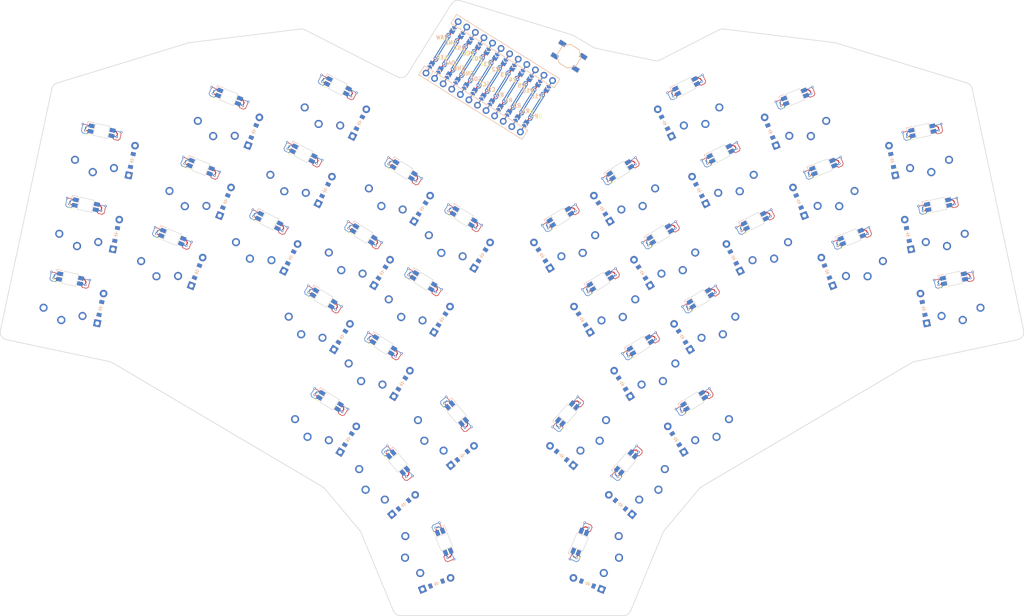
<source format=kicad_pcb>
(kicad_pcb (version 20211014) (generator pcbnew)
  (title_block (title "base") (rev "0.1") (company "klackygears"))
  (layers (0 "F.Cu" signal) (31 "B.Cu" signal) (34 "B.Paste" user) (35 "F.Paste" user) (36 "B.SilkS" user "B.Silkscreen") (37 "F.SilkS" user "F.Silkscreen") (38 "B.Mask" user) (39 "F.Mask" user) (44 "Edge.Cuts" user))
  (net 0 "")
  (net 1 "DAT")
  (net 2 "pinky_bottom")
  (net 3 "pinky_home")
  (net 4 "pinky_top")
  (net 5 "SDA")
  (net 6 "ring_bottom")
  (net 7 "ring_home")
  (net 8 "ring_top")
  (net 9 "SLC")
  (net 10 "middle_bottom")
  (net 11 "middle_home")
  (net 12 "middle_top")
  (net 13 "CS")
  (net 14 "index_bottom")
  (net 15 "index_home")
  (net 16 "index_top")
  (net 17 "R0")
  (net 18 "inner_bottom")
  (net 19 "inner_home")
  (net 20 "inner_top")
  (net 21 "near_thumb")
  (net 22 "home_thumb")
  (net 23 "far_thumb")
  (net 24 "P10")
  (net 25 "mirror_pinky_bottom")
  (net 26 "mirror_pinky_home")
  (net 27 "mirror_pinky_top")
  (net 28 "C0")
  (net 29 "mirror_ring_bottom")
  (net 30 "mirror_ring_home")
  (net 31 "mirror_ring_top")
  (net 32 "C1")
  (net 33 "mirror_middle_bottom")
  (net 34 "mirror_middle_home")
  (net 35 "mirror_middle_top")
  (net 36 "C2")
  (net 37 "mirror_index_bottom")
  (net 38 "mirror_index_home")
  (net 39 "mirror_index_top")
  (net 40 "C3")
  (net 41 "mirror_inner_bottom")
  (net 42 "mirror_inner_home")
  (net 43 "mirror_inner_top")
  (net 44 "C4")
  (net 45 "mirror_near_thumb")
  (net 46 "C5")
  (net 47 "mirror_home_thumb")
  (net 48 "P16")
  (net 49 "mirror_far_thumb")
  (net 50 "R1")
  (net 51 "R2")
  (net 52 "R3")
  (net 53 "P9")
  (net 54 "RAW")
  (net 55 "GND")
  (net 56 "RST")
  (net 57 "VCC")
  (net 58 "LED")
  (net 59 "SCL")
  (net 60 "MCU1_24")
  (net 61 "MCU1_1")
  (net 62 "MCU1_23")
  (net 63 "MCU1_2")
  (net 64 "MCU1_22")
  (net 65 "MCU1_3")
  (net 66 "MCU1_21")
  (net 67 "MCU1_4")
  (net 68 "MCU1_20")
  (net 69 "MCU1_5")
  (net 70 "MCU1_19")
  (net 71 "MCU1_6")
  (net 72 "MCU1_18")
  (net 73 "MCU1_7")
  (net 74 "MCU1_17")
  (net 75 "MCU1_8")
  (net 76 "MCU1_16")
  (net 77 "MCU1_9")
  (net 78 "MCU1_15")
  (net 79 "MCU1_10")
  (net 80 "MCU1_14")
  (net 81 "MCU1_11")
  (net 82 "MCU1_13")
  (net 83 "MCU1_12")
  (net 84 "LED_4")
  (net 85 "LED_3")
  (net 86 "LED_2")
  (net 87 "LED_1")
  (net 88 "LED_5")
  (net 89 "LED_6")
  (net 90 "LED_7")
  (net 91 "LED_10")
  (net 92 "LED_9")
  (net 93 "LED_8")
  (net 94 "LED_13")
  (net 95 "LED_12")
  (net 96 "LED_11")
  (net 97 "LED_14")
  (net 98 "LED_15")
  (net 99 "LED_17")
  (net 100 "LED_16")
  (net 101 "LED_20")
  (net 102 "LED_19")
  (net 103 "LED_23")
  (net 104 "LED_22")
  (net 105 "ULED_6")
  (net 106 "LED_24")
  (footprint "E73:SW_TACT_ALPS_SKQGABE010" (layer "F.Cu") (at 200.967205 99.688683 -32)
    (fp_text reference "B1" hide)
    (fp_text value "" hide)
  )
  (footprint "PG1350" (layer "F.Cu") (at 273.726851 149.526411 -158)
    (fp_text reference "S23" hide)
    (fp_text value "" hide)
  )
  (footprint "ComboDiode" (layer "F.Cu") (at 148.343772 116.422011 63)
    (fp_text reference "D9" hide)
    (fp_text value "" hide)
  )
  (footprint "PG1350" (layer "F.Cu") (at 136.843429 164.566578 148)
    (fp_text reference "S10" hide)
    (fp_text value "" hide)
  )
  (footprint "ComboDiode" (layer "F.Cu") (at 219.304355 154.070986 122)
    (fp_text reference "D30" hide)
    (fp_text value "" hide)
  )
  (footprint "ComboDiode" (layer "F.Cu") (at 169.067484 165.835548 58)
    (fp_text reference "D14" hide)
    (fp_text value "" hide)
  )
  (footprint "ComboDiode" (layer "F.Cu") (at 204.25128 165.835548 122)
    (fp_text reference "D33" hide)
    (fp_text value "" hide)
  )
  (footprint "ComboDiode" (layer "F.Cu") (at 164.082875 137.958072 58)
    (fp_text reference "D12" hide)
    (fp_text value "" hide)
  )
  (footprint "ComboDiode" (layer "F.Cu") (at 199.126875 200.065055 140)
    (fp_text reference "D38" hide)
    (fp_text value "" hide)
  )
  (footprint "ComboDiode" (layer "F.Cu") (at 159.435065 212.374752 40)
    (fp_text reference "D17" hide)
    (fp_text value "" hide)
  )
  (footprint "PG1350" (layer "F.Cu") (at 146.911895 148.453664 148)
    (fp_text reference "S11" hide)
    (fp_text value "" hide)
  )
  (footprint "ComboDiode" (layer "F.Cu") (at 227.780404 195.941699 122)
    (fp_text reference "D35" hide)
    (fp_text value "" hide)
  )
  (footprint "PG1350" (layer "F.Cu") (at 249.791699 145.303338 -153)
    (fp_text reference "S26" hide)
    (fp_text value "" hide)
  )
  (footprint "ComboDiode" (layer "F.Cu") (at 158.999018 181.948462 58)
    (fp_text reference "D13" hide)
    (fp_text value "" hide)
  )
  (footprint "ComboDiode" (layer "F.Cu") (at 209.235889 137.958072 122)
    (fp_text reference "D31" hide)
    (fp_text value "" hide)
  )
  (footprint "ComboDiode" (layer "F.Cu") (at 194.182814 149.722635 122)
    (fp_text reference "D34" hide)
    (fp_text value "" hide)
  )
  (footprint "PG1350" (layer "F.Cu") (at 218.902743 204.837565 -130)
    (fp_text reference "S36" hide)
    (fp_text value "" hide)
  )
  (footprint "ComboDiode" (layer "F.Cu") (at 229.372821 170.1839 122)
    (fp_text reference "D29" hide)
    (fp_text value "" hide)
  )
  (footprint "PG1350" (layer "F.Cu") (at 123.527065 145.303338 153)
    (fp_text reference "S7" hide)
    (fp_text value "" hide)
  )
  (footprint "ComboDiode" (layer "F.Cu") (at 265.756803 153.825054 112)
    (fp_text reference "D23" hide)
    (fp_text value "" hide)
  )
  (footprint "ComboDiode" (layer "F.Cu") (at 131.092133 150.280259 63)
    (fp_text reference "D7" hide)
    (fp_text value "" hide)
  )
  (footprint "ComboDiode" (layer "F.Cu") (at 179.13595 149.722635 58)
    (fp_text reference "D15" hide)
    (fp_text value "" hide)
  )
  (footprint "PG1350" (layer "F.Cu") (at 82.609704 123.044487 168)
    (fp_text reference "S3" hide)
    (fp_text value "" hide)
  )
  (footprint "ComboDiode" (layer "F.Cu") (at 145.538359 195.941699 58)
    (fp_text reference "D16" hide)
    (fp_text value "" hide)
  )
  (footprint "PG1350" (layer "F.Cu") (at 154.416021 204.837565 130)
    (fp_text reference "S17" hide)
    (fp_text value "" hide)
  )
  (footprint "PG1350" (layer "F.Cu") (at 211.353793 160.218227 -148)
    (fp_text reference "S33" hide)
    (fp_text value "" hide)
  )
  (footprint "nice_nano" (layer "F.Cu") (at 179.873671 104.195656 58)
    (fp_text reference "MCU1" hide)
    (fp_text value "")
  )
  (footprint "PG1350" (layer "F.Cu") (at 172.033436 144.105313 148)
    (fp_text reference "S15" hide)
    (fp_text value "" hide)
  )
  (footprint "ComboDiode" (layer "F.Cu") (at 91.205121 125.89384 78)
    (fp_text reference "D3" hide)
    (fp_text value "" hide)
  )
  (footprint "ComboDiode" (layer "F.Cu") (at 233.600811 133.351135 117)
    (fp_text reference "D27" hide)
    (fp_text value "" hide)
  )
  (footprint "PG1350" (layer "F.Cu") (at 221.422259 176.331141 -148)
    (fp_text reference "S32" hide)
    (fp_text value "" hide)
  )
  (footprint "ComboDiode" (layer "F.Cu") (at 251.521752 118.592068 112)
    (fp_text reference "D25" hide)
    (fp_text value "" hide)
  )
  (footprint "PG1350" (layer "F.Cu") (at 169.172845 192.527867 130)
    (fp_text reference "S19" hide)
    (fp_text value "" hide)
  )
  (footprint "PG1350" (layer "F.Cu") (at 234.882918 190.324377 -148)
    (fp_text reference "S35" hide)
    (fp_text value "" hide)
  )
  (footprint "PG1350" (layer "F.Cu") (at 78.659382 141.629291 168)
    (fp_text reference "S2" hide)
    (fp_text value "" hide)
  )
  (footprint "ComboDiode" (layer "F.Cu") (at 213.883699 212.374752 140)
    (fp_text reference "D36" hide)
    (fp_text value "" hide)
  )
  (footprint "ComboDiode" (layer "F.Cu") (at 174.191889 200.065055 40)
    (fp_text reference "D19" hide)
    (fp_text value "" hide)
  )
  (footprint "ComboDiode" (layer "F.Cu") (at 114.679486 136.208561 68)
    (fp_text reference "D5" hide)
    (fp_text value "" hide)
  )
  (footprint "PG1350" (layer "F.Cu") (at 106.709438 131.909918 158)
    (fp_text reference "S5" hide)
    (fp_text value "" hide)
  )
  (footprint "PG1350" (layer "F.Cu") (at 113.826963 114.293424 158)
    (fp_text reference "S6" hide)
    (fp_text value "" hide)
  )
  (footprint "PG1350" (layer "F.Cu") (at 151.896504 176.331141 148)
    (fp_text reference "S13" hide)
    (fp_text value "" hide)
  )
  (footprint "ComboDiode" (layer "F.Cu") (at 258.639278 136.208561 112)
    (fp_text reference "D24" hide)
    (fp_text value "" hide)
  )
  (footprint "ComboDiode" (layer "F.Cu") (at 143.945943 170.1839 58)
    (fp_text reference "D10" hide)
    (fp_text value "" hide)
  )
  (footprint "PG1350" (layer "F.Cu") (at 138.435846 190.324377 148)
    (fp_text reference "S16" hide)
    (fp_text value "" hide)
  )
  (footprint "ComboDiode" (layer "F.Cu") (at 286.063965 144.478644 102)
    (fp_text reference "D21" hide)
    (fp_text value "" hide)
  )
  (footprint "ComboDiode" (layer "F.Cu") (at 139.717952 133.351135 63)
    (fp_text reference "D8" hide)
    (fp_text value "" hide)
  )
  (footprint "PG1350" (layer "F.Cu") (at 216.338403 132.340751 -148)
    (fp_text reference "S31" hide)
    (fp_text value "" hide)
  )
  (footprint "PG1350" (layer "F.Cu") (at 259.4918 114.293424 -158)
    (fp_text reference "S25" hide)
    (fp_text value "" hide)
  )
  (footprint "PG1350" (layer "F.Cu") (at 74.70906 160.214096 168)
    (fp_text reference "S1" hide)
    (fp_text value "" hide)
  )
  (footprint "ComboDiode" (layer "F.Cu") (at 214.319746 181.948462 122)
    (fp_text reference "D32" hide)
    (fp_text value "" hide)
  )
  (footprint "PG1350" (layer "F.Cu") (at 294.659382 141.629291 -168)
    (fp_text reference "S21" hide)
    (fp_text value "" hide)
  )
  (footprint "ComboDiode" (layer "F.Cu") (at 224.974992 116.422011 117)
    (fp_text reference "D28" hide)
    (fp_text value "" hide)
  )
  (footprint "PG1350" (layer "F.Cu") (at 161.96497 160.218227 148)
    (fp_text reference "S14" hide)
    (fp_text value "" hide)
  )
  (footprint "PG1350" (layer "F.Cu") (at 165.26334 223.498002 112)
    (fp_text reference "S18" hide)
    (fp_text value "" hide)
  )
  (footprint "ComboDiode" (layer "F.Cu") (at 290.014287 163.063448 102)
    (fp_text reference "D20" hide)
    (fp_text value "" hide)
  )
  (footprint "PG1350" (layer "F.Cu") (at 99.591913 149.526411 158)
    (fp_text reference "S4" hide)
    (fp_text value "" hide)
  )
  (footprint "PG1350" (layer "F.Cu") (at 290.70906 123.044487 -168)
    (fp_text reference "S22" hide)
    (fp_text value "" hide)
  )
  (footprint "ComboDiode" (layer "F.Cu") (at 242.226631 150.280259 117)
    (fp_text reference "D26" hide)
    (fp_text value "" hide)
  )
  (footprint "PG1350" (layer "F.Cu") (at 132.152884 128.374214 153)
    (fp_text reference "S8" hide)
    (fp_text value "" hide)
  )
  (footprint "ComboDiode" (layer "F.Cu") (at 107.561961 153.825054 68)
    (fp_text reference "D4" hide)
    (fp_text value "" hide)
  )
  (footprint "PG1350" (layer "F.Cu") (at 266.609326 131.909918 -158)
    (fp_text reference "S24" hide)
    (fp_text value "" hide)
  )
  (footprint "PG1350" (layer "F.Cu") (at 236.475335 164.566578 -148)
    (fp_text reference "S29" hide)
    (fp_text value "" hide)
  )
  (footprint "PG1350" (layer "F.Cu") (at 156.980361 132.340751 148)
    (fp_text reference "S12" hide)
    (fp_text value "" hide)
  )
  (footprint "ComboDiode" (layer "F.Cu") (at 167.707615 232.217263 22)
    (fp_text reference "D18" hide)
    (fp_text value "" hide)
  )
  (footprint "ComboDiode" (layer "F.Cu") (at 154.014409 154.070986 58)
    (fp_text reference "D11" hide)
    (fp_text value "" hide)
  )
  (footprint "PG1350" (layer "F.Cu") (at 241.16588 128.374214 -153)
    (fp_text reference "S27" hide)
    (fp_text value "" hide)
  )
  (footprint "ComboDiode" (layer "F.Cu") (at 282.113643 125.89384 102)
    (fp_text reference "D22" hide)
    (fp_text value "" hide)
  )
  (footprint "ComboDiode" (layer "F.Cu") (at 205.611149 232.217263 158)
    (fp_text reference "D37" hide)
    (fp_text value "" hide)
  )
  (footprint "ComboDiode" (layer "F.Cu") (at 87.254799 144.478644 78)
    (fp_text reference "D2" hide)
    (fp_text value "" hide)
  )
  (footprint "PG1350" (layer "F.Cu") (at 208.055424 223.498002 -112)
    (fp_text reference "S37" hide)
    (fp_text value "" hide)
  )
  (footprint "PG1350" (layer "F.Cu") (at 140.778704 111.44509 153)
    (fp_text reference "S9" hide)
    (fp_text value "" hide)
  )
  (footprint "PG1350" (layer "F.Cu") (at 298.609704 160.214096 -168)
    (fp_text reference "S20" hide)
    (fp_text value "" hide)
  )
  (footprint "ComboDiode" (layer "F.Cu") (at 83.304476 163.063448 78)
    (fp_text reference "D1" hide)
    (fp_text value "" hide)
  )
  (footprint "PG1350" (layer "F.Cu") (at 232.54006 111.44509 -153)
    (fp_text reference "S28" hide)
    (fp_text value "" hide)
  )
  (footprint "E73:SW_TACT_ALPS_SKQGABE010" (layer "F.Cu") (at 200.967205 99.688683 -32)
    (fp_text reference "B2" hide)
    (fp_text value "" hide)
  )
  (footprint "PG1350" (layer "F.Cu") (at 226.406869 148.453664 -148)
    (fp_text reference "S30" hide)
    (fp_text value "" hide)
  )
  (footprint "ComboDiode" (layer "F.Cu") (at 121.797011 118.592068 68)
    (fp_text reference "D6" hide)
    (fp_text value "" hide)
  )
  (footprint "PG1350" (layer "F.Cu") (at 204.145919 192.527867 -130)
    (fp_text reference "S38" hide)
    (fp_text value "" hide)
  )
  (footprint "PG1350" (layer "F.Cu") (at 201.285327 144.105313 -148)
    (fp_text reference "S34" hide)
    (fp_text value "" hide)
  )
  (footprint "ceoloide:YS-SK6812MINI-E (per-key, reversible)" (layer "B.Cu") (at 223.916248 144.467838 32)
    (fp_text reference "LED30" hide)
    (fp_text value "")
    (fp_line (start 1.8 1.55) (end 1.8 -1.55) (layer "Edge.Cuts") (width 0.12))
    (fp_line (start 1.8 -1.55) (end -1.8 -1.55) (layer "Edge.Cuts") (width 0.12))
    (fp_line (start -1.8 1.55) (end 1.8 1.55) (layer "Edge.Cuts") (width 0.12))
    (fp_line (start -1.8 -1.55) (end -1.8 1.55) (layer "Edge.Cuts") (width 0.12))
  )
  (footprint "ceoloide:YS-SK6812MINI-E (per-key, reversible)" (layer "B.Cu") (at 230.406305 107.25736 27)
    (fp_text reference "LED28" hide)
    (fp_text value "")
    (fp_line (start -1.8 1.55) (end 1.8 1.55) (layer "Edge.Cuts") (width 0.12))
    (fp_line (start 1.8 1.55) (end 1.8 -1.55) (layer "Edge.Cuts") (width 0.12))
    (fp_line (start 1.8 -1.55) (end -1.8 -1.55) (layer "Edge.Cuts") (width 0.12))
    (fp_line (start -1.8 -1.55) (end -1.8 1.55) (layer "Edge.Cuts") (width 0.12))
  )
  (footprint "ceoloide:YS-SK6812MINI-E (per-key, reversible)" (layer "B.Cu") (at 164.455591 156.232401 -32)
    (fp_text reference "LED14" hide)
    (fp_text value "")
    (fp_line (start -1.8 -1.55) (end -1.8 1.55) (layer "Edge.Cuts") (width 0.12))
    (fp_line (start -1.8 1.55) (end 1.8 1.55) (layer "Edge.Cuts") (width 0.12))
    (fp_line (start 1.8 -1.55) (end -1.8 -1.55) (layer "Edge.Cuts") (width 0.12))
    (fp_line (start 1.8 1.55) (end 1.8 -1.55) (layer "Edge.Cuts") (width 0.12))
  )
  (footprint "ceoloide:YS-SK6812MINI-E (per-key, reversible)" (layer "B.Cu") (at 115.587614 109.93566 -22)
    (fp_text reference "LED6" hide)
    (fp_text value "")
    (fp_line (start 1.8 -1.55) (end -1.8 -1.55) (layer "Edge.Cuts") (width 0.12))
    (fp_line (start 1.8 1.55) (end 1.8 -1.55) (layer "Edge.Cuts") (width 0.12))
    (fp_line (start -1.8 1.55) (end 1.8 1.55) (layer "Edge.Cuts") (width 0.12))
    (fp_line (start -1.8 -1.55) (end -1.8 1.55) (layer "Edge.Cuts") (width 0.12))
  )
  (footprint "ceoloide:YS-SK6812MINI-E (per-key, reversible)" (layer "B.Cu") (at 213.847782 128.354925 32)
    (fp_text reference "LED31" hide)
    (fp_text value "")
    (fp_line (start 1.8 -1.55) (end -1.8 -1.55) (layer "Edge.Cuts") (width 0.12))
    (fp_line (start -1.8 -1.55) (end -1.8 1.55) (layer "Edge.Cuts") (width 0.12))
    (fp_line (start -1.8 1.55) (end 1.8 1.55) (layer "Edge.Cuts") (width 0.12))
    (fp_line (start 1.8 1.55) (end 1.8 -1.55) (layer "Edge.Cuts") (width 0.12))
  )
  (footprint "ceoloide:YS-SK6812MINI-E (per-key, reversible)" (layer "B.Cu") (at 215.302334 201.816463 50)
    (fp_text reference "LED36" hide)
    (fp_text value "")
    (fp_line (start 1.8 -1.55) (end -1.8 -1.55) (layer "Edge.Cuts") (width 0.12))
    (fp_line (start 1.8 1.55) (end 1.8 -1.55) (layer "Edge.Cuts") (width 0.12))
    (fp_line (start -1.8 -1.55) (end -1.8 1.55) (layer "Edge.Cuts") (width 0.12))
    (fp_line (start -1.8 1.55) (end 1.8 1.55) (layer "Edge.Cuts") (width 0.12))
  )
  (footprint "ceoloide:YS-SK6812MINI-E (per-key, reversible)" (layer "B.Cu") (at 198.794707 140.119487 32)
    (fp_text reference "LED34" hide)
    (fp_text value "")
    (fp_line (start 1.8 1.55) (end 1.8 -1.55) (layer "Edge.Cuts") (width 0.12))
    (fp_line (start 1.8 -1.55) (end -1.8 -1.55) (layer "Edge.Cuts") (width 0.12))
    (fp_line (start -1.8 -1.55) (end -1.8 1.55) (layer "Edge.Cuts") (width 0.12))
    (fp_line (start -1.8 1.55) (end 1.8 1.55) (layer "Edge.Cuts") (width 0.12))
  )
  (footprint "ceoloide:YS-SK6812MINI-E (per-key, reversible)" (layer "B.Cu") (at 159.470982 128.354925 -32)
    (fp_text reference "LED12" hide)
    (fp_text value "")
    (fp_line (start -1.8 -1.55) (end -1.8 1.55) (layer "Edge.Cuts") (width 0.12))
    (fp_line (start 1.8 -1.55) (end -1.8 -1.55) (layer "Edge.Cuts") (width 0.12))
    (fp_line (start 1.8 1.55) (end 1.8 -1.55) (layer "Edge.Cuts") (width 0.12))
    (fp_line (start -1.8 1.55) (end 1.8 1.55) (layer "Edge.Cuts") (width 0.12))
  )
  (footprint "ceoloide:YS-SK6812MINI-E (per-key, reversible)" (layer "B.Cu") (at 158.01643 201.816463 -50)
    (fp_text reference "LED17" hide)
    (fp_text value "")
    (fp_line (start -1.8 -1.55) (end -1.8 1.55) (layer "Edge.Cuts") (width 0.12))
    (fp_line (start 1.8 -1.55) (end -1.8 -1.55) (layer "Edge.Cuts") (width 0.12))
    (fp_line (start -1.8 1.55) (end 1.8 1.55) (layer "Edge.Cuts") (width 0.12))
    (fp_line (start 1.8 1.55) (end 1.8 -1.55) (layer "Edge.Cuts") (width 0.12))
  )
  (footprint "ceoloide:YS-SK6812MINI-E (per-key, reversible)" (layer "B.Cu") (at 149.402516 144.467838 -32)
    (fp_text reference "LED11" hide)
    (fp_text value "")
    (fp_line (start -1.8 1.55) (end 1.8 1.55) (layer "Edge.Cuts") (width 0.12))
    (fp_line (start -1.8 -1.55) (end -1.8 1.55) (layer "Edge.Cuts") (width 0.12))
    (fp_line (start 1.8 -1.55) (end -1.8 -1.55) (layer "Edge.Cuts") (width 0.12))
    (fp_line (start 1.8 1.55) (end 1.8 -1.55) (layer "Edge.Cuts") (width 0.12))
  )
  (footprint "ceoloide:YS-SK6812MINI-E (per-key, reversible)" (layer "B.Cu") (at 75.686245 155.616802 -12)
    (fp_text reference "LED1" hide)
    (fp_text value "")
    (fp_line (start 1.8 1.55) (end 1.8 -1.55) (layer "Edge.Cuts") (width 0.12))
    (fp_line (start -1.8 1.55) (end 1.8 1.55) (layer "Edge.Cuts") (width 0.12))
    (fp_line (start -1.8 -1.55) (end -1.8 1.55) (layer "Edge.Cuts") (width 0.12))
    (fp_line (start 1.8 -1.55) (end -1.8 -1.55) (layer "Edge.Cuts") (width 0.12))
  )
  (footprint "ceoloide:YS-SK6812MINI-E (per-key, reversible)" (layer "B.Cu") (at 293.682197 137.031997 12)
    (fp_text reference "LED21" hide)
    (fp_text value "")
    (fp_line (start 1.8 -1.55) (end -1.8 -1.55) (layer "Edge.Cuts") (width 0.12))
    (fp_line (start -1.8 1.55) (end 1.8 1.55) (layer "Edge.Cuts") (width 0.12))
    (fp_line (start -1.8 -1.55) (end -1.8 1.55) (layer "Edge.Cuts") (width 0.12))
    (fp_line (start 1.8 1.55) (end 1.8 -1.55) (layer "Edge.Cuts") (width 0.12))
  )
  (footprint "ceoloide:YS-SK6812MINI-E (per-key, reversible)" (layer "B.Cu") (at 233.984714 160.580752 32)
    (fp_text reference "LED29" hide)
    (fp_text value "")
    (fp_line (start 1.8 -1.55) (end -1.8 -1.55) (layer "Edge.Cuts") (width 0.12))
    (fp_line (start -1.8 -1.55) (end -1.8 1.55) (layer "Edge.Cuts") (width 0.12))
    (fp_line (start 1.8 1.55) (end 1.8 -1.55) (layer "Edge.Cuts") (width 0.12))
    (fp_line (start -1.8 1.55) (end 1.8 1.55) (layer "Edge.Cuts") (width 0.12))
  )
  (footprint "ceoloide:YS-SK6812MINI-E (per-key, reversible)" (layer "B.Cu") (at 101.352564 145.168647 -22)
    (fp_text reference "LED4" hide)
    (fp_text value "")
    (fp_line (start 1.8 -1.55) (end -1.8 -1.55) (layer "Edge.Cuts") (width 0.12))
    (fp_line (start 1.8 1.55) (end 1.8 -1.55) (layer "Edge.Cuts") (width 0.12))
    (fp_line (start -1.8 1.55) (end 1.8 1.55) (layer "Edge.Cuts") (width 0.12))
    (fp_line (start -1.8 -1.55) (end -1.8 1.55) (layer "Edge.Cuts") (width 0.12))
  )
  (footprint "ceoloide:YS-SK6812MINI-E (per-key, reversible)" (layer "B.Cu") (at 297.632519 155.616802 12)
    (fp_text reference "LED20" hide)
    (fp_text value "")
    (fp_line (start 1.8 -1.55) (end -1.8 -1.55) (layer "Edge.Cuts") (width 0.12))
    (fp_line (start -1.8 -1.55) (end -1.8 1.55) (layer "Edge.Cuts") (width 0.12))
    (fp_line (start -1.8 1.55) (end 1.8 1.55) (layer "Edge.Cuts") (width 0.12))
    (fp_line (start 1.8 1.55) (end 1.8 -1.55) (layer "Edge.Cuts") (width 0.12))
  )
  (footprint "ceoloide:YS-SK6812MINI-E (per-key, reversible)" (layer "B.Cu") (at 271.9662 145.168647 22)
    (fp_text reference "LED23" hide)
    (fp_text value "")
    (fp_line (start 1.8 -1.55) (end -1.8 -1.55) (layer "Edge.Cuts") (width 0.12))
    (fp_line (start -1.8 1.55) (end 1.8 1.55) (layer "Edge.Cuts") (width 0.12))
    (fp_line (start -1.8 -1.55) (end -1.8 1.55) (layer "Edge.Cuts") (width 0.12))
    (fp_line (start 1.8 1.55) (end 1.8 -1.55) (layer "Edge.Cuts") (width 0.12))
  )
  (footprint "ceoloide:YS-SK6812MINI-E (per-key, reversible)" (layer "B.Cu") (at 208.863173 156.232401 32)
    (fp_text reference "LED33" hide)
    (fp_text value "")
    (fp_line (start 1.8 -1.55) (end -1.8 -1.55) (layer "Edge.Cuts") (width 0.12))
    (fp_line (start -1.8 -1.55) (end -1.8 1.55) (layer "Edge.Cuts") (width 0.12))
    (fp_line (start 1.8 1.55) (end 1.8 -1.55) (layer "Edge.Cuts") (width 0.12))
    (fp_line (start -1.8 1.55) (end 1.8 1.55) (layer "Edge.Cuts") (width 0.12))
  )
  (footprint "ceoloide:YS-SK6812MINI-E (per-key, reversible)" (layer "B.Cu") (at 203.69766 221.737351 68)
    (fp_text reference "LED37" hide)
    (fp_text value "")
    (fp_line (start -1.8 1.55) (end 1.8 1.55) (layer "Edge.Cuts") (width 0.12))
    (fp_line (start 1.8 -1.55) (end -1.8 -1.55) (layer "Edge.Cuts") (width 0.12))
    (fp_line (start -1.8 -1.55) (end -1.8 1.55) (layer "Edge.Cuts") (width 0.12))
    (fp_line (start 1.8 1.55) (end 1.8 -1.55) (layer "Edge.Cuts") (width 0.12))
  )
  (footprint "ceoloide:YS-SK6812MINI-E (per-key, reversible)" (layer "B.Cu") (at 289.731875 118.447193 12)
    (fp_text reference "LED22" hide)
    (fp_text value "")
    (fp_line (start -1.8 1.55) (end 1.8 1.55) (layer "Edge.Cuts") (width 0.12))
    (fp_line (start -1.8 -1.55) (end -1.8 1.55) (layer "Edge.Cuts") (width 0.12))
    (fp_line (start 1.8 -1.55) (end -1.8 -1.55) (layer "Edge.Cuts") (width 0.12))
    (fp_line (start 1.8 1.55) (end 1.8 -1.55) (layer "Edge.Cuts") (width 0.12))
  )
  (footprint "ceoloide:YS-SK6812MINI-E (per-key, reversible)" (layer "B.Cu") (at 172.773254 189.506765 -50)
    (fp_text reference "LED19" hide)
    (fp_text value "")
    (fp_line (start 1.8 -1.55) (end -1.8 -1.55) (layer "Edge.Cuts") (width 0.12))
    (fp_line (start -1.8 1.55) (end 1.8 1.55) (layer "Edge.Cuts") (width 0.12))
    (fp_line (start 1.8 1.55) (end 1.8 -1.55) (layer "Edge.Cuts") (width 0.12))
    (fp_line (start -1.8 -1.55) (end -1.8 1.55) (layer "Edge.Cuts") (width 0.12))
  )
  (footprint "ceoloide:YS-SK6812MINI-E (per-key, reversible)" (layer "B.Cu") (at 218.931639 172.345315 32)
    (fp_text reference "LED32" hide)
    (fp_text value "")
    (fp_line (start 1.8 1.55) (end 1.8 -1.55) (layer "Edge.Cuts") (width 0.12))
    (fp_line (start -1.8 1.55) (end 1.8 1.55) (layer "Edge.Cuts") (width 0.12))
    (fp_line (start 1.8 -1.55) (end -1.8 -1.55) (layer "Edge.Cuts") (width 0.12))
    (fp_line (start -1.8 -1.55) (end -1.8 1.55) (layer "Edge.Cuts") (width 0.12))
  )
  (footprint "ceoloide:YS-SK6812MINI-E (per-key, reversible)" (layer "B.Cu") (at 169.621104 221.737351 -68)
    (fp_text reference "LED18" hide)
    (fp_text value "")
    (fp_line (start 1.8 1.55) (end 1.8 -1.55) (layer "Edge.Cuts") (width 0.12))
    (fp_line (start 1.8 -1.55) (end -1.8 -1.55) (layer "Edge.Cuts") (width 0.12))
    (fp_line (start -1.8 1.55) (end 1.8 1.55) (layer "Edge.Cuts") (width 0.12))
    (fp_line (start -1.8 -1.55) (end -1.8 1.55) (layer "Edge.Cuts") (width 0.12))
  )
  (footprint "ceoloide:YS-SK6812MINI-E (per-key, reversible)" (layer "B.Cu") (at 174.524057 140.119487 -32)
    (fp_text reference "LED15" hide)
    (fp_text value "")
    (fp_line (start 1.8 -1.55) (end -1.8 -1.55) (layer "Edge.Cuts") (width 0.12))
    (fp_line (start 1.8 1.55) (end 1.8 -1.55) (layer "Edge.Cuts") (width 0.12))
    (fp_line (start -1.8 1.55) (end 1.8 1.55) (layer "Edge.Cuts") (width 0.12))
    (fp_line (start -1.8 -1.55) (end -1.8 1.55) (layer "Edge.Cuts") (width 0.12))
  )
  (footprint "ceoloide:YS-SK6812MINI-E (per-key, reversible)" (layer "B.Cu") (at 142.912459 107.25736 -27)
    (fp_text reference "LED9" hide)
    (fp_text value "")
    (fp_line (start 1.8 1.55) (end 1.8 -1.55) (layer "Edge.Cuts") (width 0.12))
    (fp_line (start 1.8 -1.55) (end -1.8 -1.55) (layer "Edge.Cuts") (width 0.12))
    (fp_line (start -1.8 1.55) (end 1.8 1.55) (layer "Edge.Cuts") (width 0.12))
    (fp_line (start -1.8 -1.55) (end -1.8 1.55) (layer "Edge.Cuts") (width 0.12))
  )
  (footprint "ceoloide:YS-SK6812MINI-E (per-key, reversible)" (layer "B.Cu") (at 140.926466 186.338551 -32)
    (fp_text reference "LED16" hide)
    (fp_text value "")
    (fp_line (start 1.8 -1.55) (end -1.8 -1.55) (layer "Edge.Cuts") (width 0.12))
    (fp_line (start -1.8 1.55) (end 1.8 1.55) (layer "Edge.Cuts") (width 0.12))
    (fp_line (start 1.8 1.55) (end 1.8 -1.55) (layer "Edge.Cuts") (width 0.12))
    (fp_line (start -1.8 -1.55) (end -1.8 1.55) (layer "Edge.Cuts") (width 0.12))
  )
  (footprint "ceoloide:YS-SK6812MINI-E (per-key, reversible)" (layer "B.Cu") (at 83.586889 118.447193 -12)
    (fp_text reference "LED3" hide)
    (fp_text value "")
    (fp_line (start 1.8 1.55) (end 1.8 -1.55) (layer "Edge.Cuts") (width 0.12))
    (fp_line (start -1.8 1.55) (end 1.8 1.55) (layer "Edge.Cuts") (width 0.12))
    (fp_line (start -1.8 -1.55) (end -1.8 1.55) (layer "Edge.Cuts") (width 0.12))
    (fp_line (start 1.8 -1.55) (end -1.8 -1.55) (layer "Edge.Cuts") (width 0.12))
  )
  (footprint "ceoloide:YS-SK6812MINI-E (per-key, reversible)" (layer "B.Cu") (at 125.66082 141.115608 -27)
    (fp_text reference "LED7" hide)
    (fp_text value "")
    (fp_line (start 1.8 -1.55) (end -1.8 -1.55) (layer "Edge.Cuts") (width 0.12))
    (fp_line (start -1.8 1.55) (end 1.8 1.55) (layer "Edge.Cuts") (width 0.12))
    (fp_line (start -1.8 -1.55) (end -1.8 1.55) (layer "Edge.Cuts") (width 0.12))
    (fp_line (start 1.8 1.55) (end 1.8 -1.55) (layer "Edge.Cuts") (width 0.12))
  )
  (footprint "ceoloide:YS-SK6812MINI-E (per-key, reversible)" (layer "B.Cu") (at 257.731149 109.93566 22)
    (fp_text reference "LED25" hide)
    (fp_text value "")
    (fp_line (start -1.8 1.55) (end 1.8 1.55) (layer "Edge.Cuts") (width 0.12))
    (fp_line (start -1.8 -1.55) (end -1.8 1.55) (layer "Edge.Cuts") (width 0.12))
    (fp_line (start 1.8 -1.55) (end -1.8 -1.55) (layer "Edge.Cuts") (width 0.12))
    (fp_line (start 1.8 1.55) (end 1.8 -1.55) (layer "Edge.Cuts") (width 0.12))
  )
  (footprint "ceoloide:YS-SK6812MINI-E (per-key, reversible)" (layer "B.Cu") (at 200.54551 189.506765 50)
    (fp_text reference "LED38" hide)
    (fp_text value "")
    (fp_line (start 1.8 1.55) (end 1.8 -1.55) (layer "Edge.Cuts") (width 0.12))
    (fp_line (start -1.8 -1.55) (end -1.8 1.55) (layer "Edge.Cuts") (width 0.12))
    (fp_line (start 1.8 -1.55) (end -1.8 -1.55) (layer "Edge.Cuts") (width 0.12))
    (fp_line (start -1.8 1.55) (end 1.8 1.55) (layer "Edge.Cuts") (width 0.12))
  )
  (footprint "ceoloide:YS-SK6812MINI-E (per-key, reversible)" (layer "B.Cu") (at 239.032124 124.186484 27)
    (fp_text reference "LED27" hide)
    (fp_text value "")
    (fp_line (start -1.8 1.55) (end 1.8 1.55) (layer "Edge.Cuts") (width 0.12))
    (fp_line (start 1.8 1.55) (end 1.8 -1.55) (layer "Edge.Cuts") (width 0.12))
    (fp_line (start 1.8 -1.55) (end -1.8 -1.55) (layer "Edge.Cuts") (width 0.12))
    (fp_line (start -1.8 -1.55) (end -1.8 1.55) (layer "Edge.Cuts") (width 0.12))
  )
  (footprint "ceoloide:YS-SK6812MINI-E (per-key, reversible)" (layer "B.Cu") (at 247.657944 141.115608 27)
    (fp_text reference "LED26" hide)
    (fp_text value "")
    (fp_line (start 1.8 -1.55) (end -1.8 -1.55) (layer "Edge.Cuts") (width 0.12))
    (fp_line (start 1.8 1.55) (end 1.8 -1.55) (layer "Edge.Cuts") (width 0.12))
    (fp_line (start -1.8 1.55) (end 1.8 1.55) (layer "Edge.Cuts") (width 0.12))
    (fp_line (start -1.8 -1.55) (end -1.8 1.55) (layer "Edge.Cuts") (width 0.12))
  )
  (footprint "ceoloide:YS-SK6812MINI-E (per-key, reversible)" (layer "B.Cu") (at 154.387125 172.345315 -32)
    (fp_text reference "LED13" hide)
    (fp_text value "")
    (fp_line (start 1.8 1.55) (end 1.8 -1.55) (layer "Edge.Cuts") (width 0.12))
    (fp_line (start -1.8 -1.55) (end -1.8 1.55) (layer "Edge.Cuts") (width 0.12))
    (fp_line (start 1.8 -1.55) (end -1.8 -1.55) (layer "Edge.Cuts") (width 0.12))
    (fp_line (start -1.8 1.55) (end 1.8 1.55) (layer "Edge.Cuts") (width 0.12))
  )
  (footprint "ceoloide:YS-SK6812MINI-E (per-key, reversible)" (layer "B.Cu") (at 79.636567 137.031997 -12)
    (fp_text reference "LED2" hide)
    (fp_text value "")
    (fp_line (start -1.8 -1.55) (end -1.8 1.55) (layer "Edge.Cuts") (width 0.12))
    (fp_line (start -1.8 1.55) (end 1.8 1.55) (layer "Edge.Cuts") (width 0.12))
    (fp_line (start 1.8 1.55) (end 1.8 -1.55) (layer "Edge.Cuts") (width 0.12))
    (fp_line (start 1.8 -1.55) (end -1.8 -1.55) (layer "Edge.Cuts") (width 0.12))
  )
  (footprint "ceoloide:YS-SK6812MINI-E (per-key, reversible)" (layer "B.Cu") (at 264.848675 127.552154 22)
    (fp_text reference "LED24" hide)
    (fp_text value "")
    (fp_line (start -1.8 1.55) (end 1.8 1.55) (layer "Edge.Cuts") (width 0.12))
    (fp_line (start -1.8 -1.55) (end -1.8 1.55) (layer "Edge.Cuts") (width 0.12))
    (fp_line (start 1.8 1.55) (end 1.8 -1.55) (layer "Edge.Cuts") (width 0.12))
    (fp_line (start 1.8 -1.55) (end -1.8 -1.55) (layer "Edge.Cuts") (width 0.12))
  )
  (footprint "ceoloide:YS-SK6812MINI-E (per-key, reversible)" (layer "B.Cu") (at 139.33405 160.580752 -32)
    (fp_text reference "LED10" hide)
    (fp_text value "")
    (fp_line (start -1.8 -1.55) (end -1.8 1.55) (layer "Edge.Cuts") (width 0.12))
    (fp_line (start 1.8 1.55) (end 1.8 -1.55) (layer "Edge.Cuts") (width 0.12))
    (fp_line (start 1.8 -1.55) (end -1.8 -1.55) (layer "Edge.Cuts") (width 0.12))
    (fp_line (start -1.8 1.55) (end 1.8 1.55) (layer "Edge.Cuts") (width 0.12))
  )
  (footprint "ceoloide:YS-SK6812MINI-E (per-key, reversible)" (layer "B.Cu") (at 108.470089 127.552154 -22)
    (fp_text reference "LED5" hide)
    (fp_text value "")
    (fp_line (start 1.8 -1.55) (end -1.8 -1.55) (layer "Edge.Cuts") (width 0.12))
    (fp_line (start -1.8 1.55) (end 1.8 1.55) (layer "Edge.Cuts") (width 0.12))
    (fp_line (start -1.8 -1.55) (end -1.8 1.55) (layer "Edge.Cuts") (width 0.12))
    (fp_line (start 1.8 1.55) (end 1.8 -1.55) (layer "Edge.Cuts") (width 0.12))
  )
  (footprint "ceoloide:YS-SK6812MINI-E (per-key, reversible)" (layer "B.Cu") (at 134.286639 124.186484 -27)
    (fp_text reference "LED8" hide)
    (fp_text value "")
    (fp_line (start 1.8 1.55) (end 1.8 -1.55) (layer "Edge.Cuts") (width 0.12))
    (fp_line (start -1.8 -1.55) (end -1.8 1.55) (layer "Edge.Cuts") (width 0.12))
    (fp_line (start -1.8 1.55) (end 1.8 1.55) (layer "Edge.Cuts") (width 0.12))
    (fp_line (start 1.8 -1.55) (end -1.8 -1.55) (layer "Edge.Cuts") (width 0.12))
  )
  (footprint "ceoloide:YS-SK6812MINI-E (per-key, reversible)" (layer "B.Cu") (at 232.392297 186.338551 32)
    (fp_text reference "LED35" hide)
    (fp_text value "")
    (fp_line (start 1.8 -1.55) (end -1.8 -1.55) (layer "Edge.Cuts") (width 0.12))
    (fp_line (start -1.8 1.55) (end 1.8 1.55) (layer "Edge.Cuts") (width 0.12))
    (fp_line (start -1.8 -1.55) (end -1.8 1.55) (layer "Edge.Cuts") (width 0.12))
    (fp_line (start 1.8 1.55) (end 1.8 -1.55) (layer "Edge.Cuts") (width 0.12))
  )
  (gr_arc (start 224.574967 219.38048) (mid 224.713153 219.107287) (end 224.891417 218.858385) (layer "Edge.Cuts") (width 0.15))
  (gr_line (start 158.711517 240.275168) (end 214.607247 240.275168) (layer "Edge.Cuts") (width 0.15))
  (gr_line (start 71.107015 107.900209) (end 58.211959 168.566679) (layer "Edge.Cuts") (width 0.15))
  (gr_line (start 148.743797 219.38048) (end 156.862977 239.038649) (layer "Edge.Cuts") (width 0.15))
  (gr_line (start 139.589762 208.326162) (end 148.427347 218.858385) (layer "Edge.Cuts") (width 0.15))
  (gr_arc (start 223.789052 100.640315) (mid 223.142279 100.841171) (end 222.465555 100.814662) (layer "Edge.Cuts") (width 0.15))
  (gr_line (start 238.65168 93.067428) (end 223.789052 100.640315) (layer "Edge.Cuts") (width 0.15))
  (gr_line (start 133.515798 92.864295) (end 105.743976 96.268086) (layer "Edge.Cuts") (width 0.15))
  (gr_line (start 300.840034 106.403373) (end 267.916063 96.340572) (layer "Edge.Cuts") (width 0.15))
  (gr_line (start 59.75243 170.938798) (end 85.646839 176.442824) (layer "Edge.Cuts") (width 0.15))
  (gr_arc (start 233.729002 208.326161) (mid 233.967821 208.086137) (end 234.243708 207.889839) (layer "Edge.Cuts") (width 0.15))
  (gr_line (start 207.016437 97.424384) (end 202.127349 94.511712) (layer "Edge.Cuts") (width 0.15))
  (gr_line (start 234.243708 207.889839) (end 287.070365 176.677222) (layer "Edge.Cuts") (width 0.15))
  (gr_arc (start 315.106805 168.56668) (mid 314.827851 170.071781) (end 313.566333 170.938798) (layer "Edge.Cuts") (width 0.15))
  (gr_arc (start 59.75243 170.938798) (mid 58.490913 170.07178) (end 58.211959 168.566679) (layer "Edge.Cuts") (width 0.15))
  (gr_arc (start 238.65168 93.067428) (mid 239.212149 92.879863) (end 239.802966 92.864295) (layer "Edge.Cuts") (width 0.15))
  (gr_arc (start 207.624538 97.662545) (mid 207.310701 97.568453) (end 207.016437 97.424384) (layer "Edge.Cuts") (width 0.15))
  (gr_arc (start 267.574787 96.268086) (mid 267.747009 96.296873) (end 267.916063 96.340572) (layer "Edge.Cuts") (width 0.15))
  (gr_line (start 222.465555 100.814662) (end 207.624538 97.662545) (layer "Edge.Cuts") (width 0.15))
  (gr_line (start 267.574787 96.268086) (end 239.802966 92.864295) (layer "Edge.Cuts") (width 0.15))
  (gr_arc (start 287.070365 176.677221) (mid 287.361624 176.535589) (end 287.671925 176.442824) (layer "Edge.Cuts") (width 0.15))
  (gr_arc (start 139.075056 207.889839) (mid 139.350943 208.086137) (end 139.589762 208.326162) (layer "Edge.Cuts") (width 0.15))
  (gr_arc (start 300.840033 106.403373) (mid 301.72995 106.964789) (end 302.211749 107.900209) (layer "Edge.Cuts") (width 0.15))
  (gr_line (start 105.402701 96.340572) (end 72.47873 106.403373) (layer "Edge.Cuts") (width 0.15))
  (gr_line (start 216.455786 239.038649) (end 224.574967 219.38048) (layer "Edge.Cuts") (width 0.15))
  (gr_line (start 287.671925 176.442824) (end 313.566333 170.938798) (layer "Edge.Cuts") (width 0.15))
  (gr_line (start 315.106805 168.566679) (end 302.211749 107.900209) (layer "Edge.Cuts") (width 0.15))
  (gr_arc (start 171.425437 86.577449) (mid 172.422181 85.764169) (end 173.708058 85.726191) (layer "Edge.Cuts") (width 0.15))
  (gr_arc (start 201.690765 94.318003) (mid 201.91486 94.401778) (end 202.127349 94.511712) (layer "Edge.Cuts") (width 0.15))
  (gr_arc (start 71.107014 107.900209) (mid 71.588813 106.964789) (end 72.47873 106.403373) (layer "Edge.Cuts") (width 0.15))
  (gr_arc (start 158.711518 240.275169) (mid 157.599528 239.937541) (end 156.862977 239.038649) (layer "Edge.Cuts") (width 0.15))
  (gr_line (start 224.891417 218.858385) (end 233.729002 208.326162) (layer "Edge.Cuts") (width 0.15))
  (gr_arc (start 133.515798 92.864296) (mid 134.106614 92.879864) (end 134.667084 93.067428) (layer "Edge.Cuts") (width 0.15))
  (gr_line (start 171.425437 86.577449) (end 160.434146 104.148455) (layer "Edge.Cuts") (width 0.15))
  (gr_arc (start 105.402701 96.340572) (mid 105.571755 96.296873) (end 105.743976 96.268086) (layer "Edge.Cuts") (width 0.15))
  (gr_line (start 201.690765 94.318003) (end 173.708058 85.726191) (layer "Edge.Cuts") (width 0.15))
  (gr_arc (start 148.427347 218.858385) (mid 148.605611 219.107286) (end 148.743797 219.38048) (layer "Edge.Cuts") (width 0.15))
  (gr_arc (start 85.646839 176.442825) (mid 85.957139 176.53559) (end 86.248398 176.677222) (layer "Edge.Cuts") (width 0.15))
  (gr_line (start 157.830577 104.869817) (end 134.667084 93.067428) (layer "Edge.Cuts") (width 0.15))
  (gr_arc (start 160.434146 104.148455) (mid 159.272573 105.015193) (end 157.830577 104.869817) (layer "Edge.Cuts") (width 0.15))
  (gr_line (start 86.248398 176.677222) (end 139.075056 207.889839) (layer "Edge.Cuts") (width 0.15))
  (gr_arc (start 216.455786 239.038648) (mid 215.719236 239.937539) (end 214.607247 240.275168) (layer "Edge.Cuts") (width 0.15))
  (segment (start 168.73 102.86) (end 169.53 101.58) (width 0.25) (layer "F.Cu") (net 1))
  (segment (start 172.34 96.61) (end 169.45 101.23) (width 0.25) (layer "B.Cu") (net 1))
  (segment (start 172.56 95.37) (end 172.19 95.96) (width 0.25) (layer "B.Cu") (net 1))
  (segment (start 169.45 101.23) (end 169.53 101.58) (width 0.25) (layer "B.Cu") (net 1))
  (segment (start 172.19 95.96) (end 172.34 96.61) (width 0.25) (layer "B.Cu") (net 1))
  (segment (start 173.55 95.14) (end 172.56 95.37) (width 0.25) (layer "B.Cu") (net 1))
  (segment (start 173.79 94.76) (end 173.55 95.14) (width 0.25) (layer "B.Cu") (net 1))
  (segment (start 175.19 106.9) (end 175.99 105.62) (width 0.25) (layer "F.Cu") (net 5))
  (segment (start 179.02 99.4) (end 178.65 99.99) (width 0.25) (layer "B.Cu") (net 5))
  (segment (start 180.02 99.17) (end 179.02 99.4) (width 0.25) (layer "B.Cu") (net 5))
  (segment (start 178.65 99.99) (end 178.8 100.65) (width 0.25) (layer "B.Cu") (net 5))
  (segment (start 180.25 98.8) (end 180.02 99.17) (width 0.25) (layer "B.Cu") (net 5))
  (segment (start 175.91 105.27) (end 175.99 105.62) (width 0.25) (layer "B.Cu") (net 5))
  (segment (start 178.8 100.65) (end 175.91 105.27) (width 0.25) (layer "B.Cu") (net 5))
  (segment (start 179.5 109.59) (end 180.3 108.31) (width 0.25) (layer "F.Cu") (net 13))
  (segment (start 182.96 102.69) (end 183.11 103.34) (width 0.25) (layer "B.Cu") (net 13))
  (segment (start 184.56 101.49) (end 184.32 101.87) (width 0.25) (layer "B.Cu") (net 13))
  (segment (start 183.33 102.1) (end 182.96 102.69) (width 0.25) (layer "B.Cu") (net 13))
  (segment (start 183.11 103.34) (end 180.22 107.96) (width 0.25) (layer "B.Cu") (net 13))
  (segment (start 180.22 107.96) (end 180.3 108.31) (width 0.25) (layer "B.Cu") (net 13))
  (segment (start 184.32 101.87) (end 183.33 102.1) (width 0.25) (layer "B.Cu") (net 13))
  (segment (start 181.65 110.94) (end 182.45 109.65) (width 0.25) (layer "F.Cu") (net 17))
  (segment (start 185.48 103.44) (end 185.11 104.03) (width 0.25) (layer "B.Cu") (net 17))
  (segment (start 186.48 103.21) (end 185.48 103.44) (width 0.25) (layer "B.Cu") (net 17))
  (segment (start 185.11 104.03) (end 185.26 104.69) (width 0.25) (layer "B.Cu") (net 17))
  (segment (start 185.26 104.69) (end 182.37 109.31) (width 0.25) (layer "B.Cu") (net 17))
  (segment (start 186.71 102.84) (end 186.48 103.21) (width 0.25) (layer "B.Cu") (net 17))
  (segment (start 182.37 109.31) (end 182.45 109.65) (width 0.25) (layer "B.Cu") (net 17))
  (segment (start 195.33 108.22) (end 194.53 109.51) (width 0.25) (layer "F.Cu") (net 24))
  (segment (start 191.75 114.61) (end 191.74 114.6) (width 0.25) (layer "B.Cu") (net 24))
  (segment (start 191.87 115.13) (end 191.75 114.61) (width 0.25) (layer "B.Cu") (net 24))
  (segment (start 190.5 115.95) (end 191.5 115.72) (width 0.25) (layer "B.Cu") (net 24))
  (segment (start 191.5 115.72) (end 191.87 115.13) (width 0.25) (layer "B.Cu") (net 24))
  (segment (start 191.71 114.48) (end 194.61 109.85) (width 0.25) (layer "B.Cu") (net 24))
  (segment (start 194.61 109.85) (end 194.53 109.51) (width 0.25) (layer "B.Cu") (net 24))
  (segment (start 191.74 114.6) (end 191.71 114.48) (width 0.25) (layer "B.Cu") (net 24))
  (segment (start 190.27 116.32) (end 190.5 115.95) (width 0.25) (layer "B.Cu") (net 24))
  (segment (start 180.25 98.8) (end 179.45 100.08) (width 0.25) (layer "F.Cu") (net 28))
  (segment (start 176.63 105.06) (end 179.53 100.43) (width 0.25) (layer "B.Cu") (net 28))
  (segment (start 179.53 100.43) (end 179.45 100.08) (width 0.25) (layer "B.Cu") (net 28))
  (segment (start 176.67 105.19) (end 176.66 105.18) (width 0.25) (layer "B.Cu") (net 28))
  (segment (start 176.66 105.18) (end 176.63 105.06) (width 0.25) (layer "B.Cu") (net 28))
  (segment (start 175.42 106.53) (end 176.42 106.3) (width 0.25) (layer "B.Cu") (net 28))
  (segment (start 176.79 105.71) (end 176.67 105.19) (width 0.25) (layer "B.Cu") (net 28))
  (segment (start 176.42 106.3) (end 176.79 105.71) (width 0.25) (layer "B.Cu") (net 28))
  (segment (start 175.19 106.9) (end 175.42 106.53) (width 0.25) (layer "B.Cu") (net 28))
  (segment (start 182.4 100.15) (end 181.6 101.43) (width 0.25) (layer "F.Cu") (net 32))
  (segment (start 178.82 106.53) (end 178.82 106.53) (width 0.25) (layer "B.Cu") (net 32))
  (segment (start 178.58 107.64) (end 178.94 107.05) (width 0.25) (layer "B.Cu") (net 32))
  (segment (start 177.34 108.25) (end 177.58 107.87) (width 0.25) (layer "B.Cu") (net 32))
  (segment (start 178.94 107.05) (end 178.82 106.53) (width 0.25) (layer "B.Cu") (net 32))
  (segment (start 181.68 101.77) (end 181.6 101.43) (width 0.25) (layer "B.Cu") (net 32))
  (segment (start 178.79 106.41) (end 181.68 101.77) (width 0.25) (layer "B.Cu") (net 32))
  (segment (start 177.58 107.87) (end 178.58 107.64) (width 0.25) (layer "B.Cu") (net 32))
  (segment (start 178.82 106.53) (end 178.79 106.41) (width 0.25) (layer "B.Cu") (net 32))
  (segment (start 184.56 101.49) (end 183.76 102.78) (width 0.25) (layer "F.Cu") (net 36))
  (segment (start 183.84 103.12) (end 183.76 102.78) (width 0.25) (layer "B.Cu") (net 36))
  (segment (start 179.73 109.22) (end 180.73 108.99) (width 0.25) (layer "B.Cu") (net 36))
  (segment (start 180.97 107.87) (end 180.94 107.75) (width 0.25) (layer "B.Cu") (net 36))
  (segment (start 179.5 109.59) (end 179.73 109.22) (width 0.25) (layer "B.Cu") (net 36))
  (segment (start 180.98 107.88) (end 180.97 107.87) (width 0.25) (layer "B.Cu") (net 36))
  (segment (start 180.94 107.75) (end 183.84 103.12) (width 0.25) (layer "B.Cu") (net 36))
  (segment (start 180.73 108.99) (end 181.1 108.4) (width 0.25) (layer "B.Cu") (net 36))
  (segment (start 181.1 108.4) (end 180.98 107.88) (width 0.25) (layer "B.Cu") (net 36))
  (segment (start 186.71 102.84) (end 185.91 104.12) (width 0.25) (layer "F.Cu") (net 40))
  (segment (start 185.99 104.47) (end 185.91 104.12) (width 0.25) (layer "B.Cu") (net 40))
  (segment (start 182.88 110.33) (end 183.25 109.74) (width 0.25) (layer "B.Cu") (net 40))
  (segment (start 183.12 109.22) (end 183.1 109.1) (width 0.25) (layer "B.Cu") (net 40))
  (segment (start 183.25 109.74) (end 183.13 109.22) (width 0.25) (layer "B.Cu") (net 40))
  (segment (start 183.1 109.1) (end 185.99 104.47) (width 0.25) (layer "B.Cu") (net 40))
  (segment (start 181.88 110.56) (end 182.88 110.33) (width 0.25) (layer "B.Cu") (net 40))
  (segment (start 183.13 109.22) (end 183.12 109.22) (width 0.25) (layer "B.Cu") (net 40))
  (segment (start 181.65 110.94) (end 181.88 110.56) (width 0.25) (layer "B.Cu") (net 40))
  (segment (start 188.87 104.18) (end 188.06 105.47) (width 0.25) (layer "F.Cu") (net 44))
  (segment (start 188.14 105.81) (end 188.06 105.47) (width 0.25) (layer "B.Cu") (net 44))
  (segment (start 185.41 111.09) (end 185.29 110.57) (width 0.25) (layer "B.Cu") (net 44))
  (segment (start 183.81 112.28) (end 184.04 111.91) (width 0.25) (layer "B.Cu") (net 44))
  (segment (start 185.04 111.68) (end 185.41 111.09) (width 0.25) (layer "B.Cu") (net 44))
  (segment (start 184.04 111.91) (end 185.04 111.68) (width 0.25) (layer "B.Cu") (net 44))
  (segment (start 185.25 110.44) (end 188.14 105.81) (width 0.25) (layer "B.Cu") (net 44))
  (segment (start 185.29 110.57) (end 185.28 110.56) (width 0.25) (layer "B.Cu") (net 44))
  (segment (start 185.28 110.56) (end 185.25 110.44) (width 0.25) (layer "B.Cu") (net 44))
  (segment (start 191.02 105.53) (end 190.22 106.81) (width 0.25) (layer "F.Cu") (net 46))
  (segment (start 187.56 112.44) (end 187.44 111.92) (width 0.25) (layer "B.Cu") (net 46))
  (segment (start 187.19 113.03) (end 187.56 112.44) (width 0.25) (layer "B.Cu") (net 46))
  (segment (start 187.4 111.79) (end 190.3 107.16) (width 0.25) (layer "B.Cu") (net 46))
  (segment (start 186.19 113.26) (end 187.19 113.03) (width 0.25) (layer "B.Cu") (net 46))
  (segment (start 185.96 113.63) (end 186.19 113.26) (width 0.25) (layer "B.Cu") (net 46))
  (segment (start 187.44 111.92) (end 187.43 111.91) (width 0.25) (layer "B.Cu") (net 46))
  (segment (start 190.3 107.16) (end 190.22 106.81) (width 0.25) (layer "B.Cu") (net 46))
  (segment (start 187.43 111.91) (end 187.4 111.79) (width 0.25) (layer "B.Cu") (net 46))
  (segment (start 193.17 106.88) (end 192.37 108.16) (width 0.25) (layer "F.Cu") (net 48))
  (segment (start 188.11 114.98) (end 188.35 114.6) (width 0.25) (layer "B.Cu") (net 48))
  (segment (start 188.35 114.6) (end 189.35 114.37) (width 0.25) (layer "B.Cu") (net 48))
  (segment (start 189.59 113.26) (end 189.59 113.26) (width 0.25) (layer "B.Cu") (net 48))
  (segment (start 189.71 113.78) (end 189.59 113.26) (width 0.25) (layer "B.Cu") (net 48))
  (segment (start 189.59 113.26) (end 189.56 113.14) (width 0.25) (layer "B.Cu") (net 48))
  (segment (start 189.56 113.14) (end 192.45 108.5) (width 0.25) (layer "B.Cu") (net 48))
  (segment (start 189.35 114.37) (end 189.71 113.78) (width 0.25) (layer "B.Cu") (net 48))
  (segment (start 192.45 108.5) (end 192.37 108.16) (width 0.25) (layer "B.Cu") (net 48))
  (segment (start 183.81 112.28) (end 184.61 111) (width 0.25) (layer "F.Cu") (net 50))
  (segment (start 184.53 110.66) (end 184.61 111) (width 0.25) (layer "B.Cu") (net 50))
  (segment (start 187.63 104.79) (end 187.27 105.38) (width 0.25) (layer "B.Cu") (net 50))
  (segment (start 187.27 105.38) (end 187.42 106.03) (width 0.25) (layer "B.Cu") (net 50))
  (segment (start 188.63 104.56) (end 187.63 104.79) (width 0.25) (layer "B.Cu") (net 50))
  (segment (start 188.87 104.18) (end 188.63 104.56) (width 0.25) (layer "B.Cu") (net 50))
  (segment (start 187.42 106.03) (end 184.53 110.66) (width 0.25) (layer "B.Cu") (net 50))
  (segment (start 185.96 113.63) (end 186.76 112.35) (width 0.25) (layer "F.Cu") (net 51))
  (segment (start 190.79 105.9) (end 189.79 106.13) (width 0.25) (layer "B.Cu") (net 51))
  (segment (start 189.79 106.13) (end 189.42 106.72) (width 0.25) (layer "B.Cu") (net 51))
  (segment (start 189.57 107.38) (end 186.68 112) (width 0.25) (layer "B.Cu") (net 51))
  (segment (start 189.42 106.72) (end 189.57 107.38) (width 0.25) (layer "B.Cu") (net 51))
  (segment (start 186.68 112) (end 186.76 112.35) (width 0.25) (layer "B.Cu") (net 51))
  (segment (start 191.02 105.53) (end 190.79 105.9) (width 0.25) (layer "B.Cu") (net 51))
  (segment (start 188.11 114.98) (end 188.92 113.69) (width 0.25) (layer "F.Cu") (net 52))
  (segment (start 192.94 107.25) (end 191.94 107.48) (width 0.25) (layer "B.Cu") (net 52))
  (segment (start 188.84 113.35) (end 188.92 113.69) (width 0.25) (layer "B.Cu") (net 52))
  (segment (start 191.94 107.48) (end 191.57 108.07) (width 0.25) (layer "B.Cu") (net 52))
  (segment (start 193.17 106.88) (end 192.94 107.25) (width 0.25) (layer "B.Cu") (net 52))
  (segment (start 191.57 108.07) (end 191.72 108.72) (width 0.25) (layer "B.Cu") (net 52))
  (segment (start 191.72 108.72) (end 188.84 113.35) (width 0.25) (layer "B.Cu") (net 52))
  (segment (start 190.27 116.32) (end 191.07 115.04) (width 0.25) (layer "F.Cu") (net 53))
  (segment (start 195.1 108.6) (end 194.1 108.83) (width 0.25) (layer "B.Cu") (net 53))
  (segment (start 194.1 108.83) (end 193.73 109.42) (width 0.25) (layer "B.Cu") (net 53))
  (segment (start 193.73 109.42) (end 193.88 110.07) (width 0.25) (layer "B.Cu") (net 53))
  (segment (start 195.33 108.22) (end 195.1 108.6) (width 0.25) (layer "B.Cu") (net 53))
  (segment (start 193.88 110.07) (end 190.99 114.69) (width 0.25) (layer "B.Cu") (net 53))
  (segment (start 190.99 114.69) (end 191.07 115.04) (width 0.25) (layer "B.Cu") (net 53))
  (segment (start 171.63 93.42) (end 170.83 94.7) (width 0.25) (layer "F.Cu") (net 54))
  (segment (start 168.04 99.8) (end 168.02 99.68) (width 0.25) (layer "B.Cu") (net 54))
  (segment (start 168.17 100.32) (end 168.05 99.8) (width 0.25) (layer "B.Cu") (net 54))
  (segment (start 168.02 99.68) (end 170.91 95.04) (width 0.25) (layer "B.Cu") (net 54))
  (segment (start 166.57 101.52) (end 166.81 101.14) (width 0.25) (layer "B.Cu") (net 54))
  (segment (start 170.91 95.04) (end 170.83 94.7) (width 0.25) (layer "B.Cu") (net 54))
  (segment (start 166.81 101.14) (end 167.81 100.91) (width 0.25) (layer "B.Cu") (net 54))
  (segment (start 168.05 99.8) (end 168.04 99.8) (width 0.25) (layer "B.Cu") (net 54))
  (segment (start 167.81 100.91) (end 168.17 100.32) (width 0.25) (layer "B.Cu") (net 54))
  (segment (start 98.587 144.806) (end 97.326 144.297) (width 0.25) (layer "F.Cu") (net 55))
  (segment (start 155.745 200.198) (end 154.87 199.156) (width 0.25) (layer "F.Cu") (net 55))
  (segment (start 170.501 187.888) (end 169.627 186.847) (width 0.25) (layer "F.Cu") (net 55))
  (segment (start 76.85 137.155) (end 75.52 136.873) (width 0.25) (layer "F.Cu") (net 55))
  (segment (start 170.88 104.21) (end 171.68 102.92) (width 0.25) (layer "F.Cu") (net 55))
  (segment (start 230.474 188.363) (end 229.32 189.084) (width 0.25) (layer "F.Cu") (net 55))
  (segment (start 217.013 174.37) (end 215.86 175.09) (width 0.25) (layer "F.Cu") (net 55))
  (segment (start 236.944 126.036) (end 235.732 126.653) (width 0.25) (layer "F.Cu") (net 55))
  (segment (start 232.066 162.605) (end 230.913 163.326) (width 0.25) (layer "F.Cu") (net 55))
  (segment (start 214.103 204.335) (end 213.229 205.377) (width 0.25) (layer "F.Cu") (net 55))
  (segment (start 199.346 192.025) (end 198.472 193.067) (width 0.25) (layer "F.Cu") (net 55))
  (segment (start 203.335 224.503) (end 202.826 225.764) (width 0.25) (layer "F.Cu") (net 55))
  (segment (start 140.189 106.655) (end 138.977 106.038) (width 0.25) (layer "F.Cu") (net 55))
  (segment (start 151.726 171.508) (end 150.573 170.787) (width 0.25) (layer "F.Cu") (net 55))
  (segment (start 161.795 155.395) (end 160.642 154.675) (width 0.25) (layer "F.Cu") (net 55))
  (segment (start 221.997 146.492) (end 220.844 147.213) (width 0.25) (layer "F.Cu") (net 55))
  (segment (start 173.79 94.76) (end 172.99 96.05) (width 0.25) (layer "F.Cu") (net 55))
  (segment (start 136.673 159.744) (end 135.52 159.023) (width 0.25) (layer "F.Cu") (net 55))
  (segment (start 245.57 142.965) (end 244.358 143.583) (width 0.25) (layer "F.Cu") (net 55))
  (segment (start 291.187 138.278) (end 289.856 138.561) (width 0.25) (layer "F.Cu") (net 55))
  (segment (start 112.822 109.573) (end 111.561 109.064) (width 0.25) (layer "F.Cu") (net 55))
  (segment (start 72.9 155.74) (end 71.569 155.457) (width 0.25) (layer "F.Cu") (net 55))
  (segment (start 255.49 111.596) (end 254.229 112.106) (width 0.25) (layer "F.Cu") (net 55))
  (segment (start 105.704 127.19) (end 104.443 126.68) (width 0.25) (layer "F.Cu") (net 55))
  (segment (start 287.236 119.693) (end 285.906 119.976) (width 0.25) (layer "F.Cu") (net 55))
  (segment (start 146.742 143.631) (end 145.588 142.91) (width 0.25) (layer "F.Cu") (net 55))
  (segment (start 80.8 118.571) (end 79.47 118.288) (width 0.25) (layer "F.Cu") (net 55))
  (segment (start 262.608 129.213) (end 261.347 129.722) (width 0.25) (layer "F.Cu") (net 55))
  (segment (start 269.725 146.829) (end 268.464 147.339) (width 0.25) (layer "F.Cu") (net 55))
  (segment (start 228.318 109.107) (end 227.107 109.724) (width 0.25) (layer "F.Cu") (net 55))
  (segment (start 173.04 105.55) (end 173.84 104.27) (width 0.25) (layer "F.Cu") (net 55))
  (segment (start 122.937 140.514) (end 121.726 139.896) (width 0.25) (layer "F.Cu") (net 55))
  (segment (start 295.137 156.863) (end 293.807 157.146) (width 0.25) (layer "F.Cu") (net 55))
  (segment (start 211.929 130.379) (end 210.776 131.1) (width 0.25) (layer "F.Cu") (net 55))
  (segment (start 206.944 158.257) (end 205.791 158.978) (width 0.25) (layer "F.Cu") (net 55))
  (segment (start 156.81 127.518) (end 155.657 126.797) (width 0.25) (layer "F.Cu") (net 55))
  (segment (start 138.266 185.501) (end 137.112 184.781) (width 0.25) (layer "F.Cu") (net 55))
  (segment (start 171.863 139.282) (end 170.71 138.562) (width 0.25) (layer "F.Cu") (net 55))
  (segment (start 196.876 142.144) (end 195.723 142.865) (width 0.25) (layer "F.Cu") (net 55))
  (segment (start 131.563 123.584) (end 130.351 122.967) (width 0.25) (layer "F.Cu") (net 55))
  (segment (start 167.961 219.496) (end 167.451 218.235) (width 0.25) (layer "F.Cu") (net 55))
  (via (at 227.107 109.724) (size 0.56) (drill 0.3) (layers "F.Cu" "B.Cu") (net 55))
  (via (at 75.52 136.873) (size 0.56) (drill 0.3) (layers "F.Cu" "B.Cu") (net 55))
  (via (at 198.472 193.067) (size 0.56) (drill 0.3) (layers "F.Cu" "B.Cu") (net 55))
  (via (at 121.726 139.896) (size 0.56) (drill 0.3) (layers "F.Cu" "B.Cu") (net 55))
  (via (at 244.358 143.583) (size 0.56) (drill 0.3) (layers "F.Cu" "B.Cu") (net 55))
  (via (at 261.347 129.722) (size 0.56) (drill 0.3) (layers "F.Cu" "B.Cu") (net 55))
  (via (at 104.443 126.68) (size 0.56) (drill 0.3) (layers "F.Cu" "B.Cu") (net 55))
  (via (at 138.977 106.038) (size 0.56) (drill 0.3) (layers "F.Cu" "B.Cu") (net 55))
  (via (at 130.351 122.967) (size 0.56) (drill 0.3) (layers "F.Cu" "B.Cu") (net 55))
  (via (at 215.86 175.09) (size 0.56) (drill 0.3) (layers "F.Cu" "B.Cu") (net 55))
  (via (at 213.229 205.377) (size 0.56) (drill 0.3) (layers "F.Cu" "B.Cu") (net 55))
  (via (at 202.826 225.764) (size 0.56) (drill 0.3) (layers "F.Cu" "B.Cu") (net 55))
  (via (at 235.732 126.653) (size 0.56) (drill 0.3) (layers "F.Cu" "B.Cu") (net 55))
  (via (at 150.573 170.787) (size 0.56) (drill 0.3) (layers "F.Cu" "B.Cu") (net 55))
  (via (at 154.87 199.156) (size 0.56) (drill 0.3) (layers "F.Cu" "B.Cu") (net 55))
  (via (at 195.723 142.865) (size 0.56) (drill 0.3) (layers "F.Cu" "B.Cu") (net 55))
  (via (at 170.71 138.562) (size 0.56) (drill 0.3) (layers "F.Cu" "B.Cu") (net 55))
  (via (at 293.807 157.146) (size 0.56) (drill 0.3) (layers "F.Cu" "B.Cu") (net 55))
  (via (at 137.112 184.781) (size 0.56) (drill 0.3) (layers "F.Cu" "B.Cu") (net 55))
  (via (at 160.642 154.675) (size 0.56) (drill 0.3) (layers "F.Cu" "B.Cu") (net 55))
  (via (at 220.844 147.213) (size 0.56) (drill 0.3) (layers "F.Cu" "B.Cu") (net 55))
  (via (at 205.791 158.978) (size 0.56) (drill 0.3) (layers "F.Cu" "B.Cu") (net 55))
  (via (at 210.776 131.1) (size 0.56) (drill 0.3) (layers "F.Cu" "B.Cu") (net 55))
  (via (at 111.561 109.064) (size 0.56) (drill 0.3) (layers "F.Cu" "B.Cu") (net 55))
  (via (at 254.229 112.106) (size 0.56) (drill 0.3) (layers "F.Cu" "B.Cu") (net 55))
  (via (at 79.47 118.288) (size 0.56) (drill 0.3) (layers "F.Cu" "B.Cu") (net 55))
  (via (at 289.856 138.561) (size 0.56) (drill 0.3) (layers "F.Cu" "B.Cu") (net 55))
  (via (at 169.627 186.847) (size 0.56) (drill 0.3) (layers "F.Cu" "B.Cu") (net 55))
  (via (at 167.451 218.235) (size 0.56) (drill 0.3) (layers "F.Cu" "B.Cu") (net 55))
  (via (at 97.326 144.297) (size 0.56) (drill 0.3) (layers "F.Cu" "B.Cu") (net 55))
  (via (at 229.32 189.084) (size 0.56) (drill 0.3) (layers "F.Cu" "B.Cu") (net 55))
  (via (at 135.52 159.023) (size 0.56) (drill 0.3) (layers "F.Cu" "B.Cu") (net 55))
  (via (at 71.569 155.457) (size 0.56) (drill 0.3) (layers "F.Cu" "B.Cu") (net 55))
  (via (at 155.657 126.797) (size 0.56) (drill 0.3) (layers "F.Cu" "B.Cu") (net 55))
  (via (at 268.464 147.339) (size 0.56) (drill 0.3) (layers "F.Cu" "B.Cu") (net 55))
  (via (at 285.906 119.976) (size 0.56) (drill 0.3) (layers "F.Cu" "B.Cu") (net 55))
  (via (at 145.588 142.91) (size 0.56) (drill 0.3) (layers "F.Cu" "B.Cu") (net 55))
  (via (at 230.913 163.326) (size 0.56) (drill 0.3) (layers "F.Cu" "B.Cu") (net 55))
  (segment (start 170.33 101.67) (end 170.21 101.15) (width 0.25) (layer "B.Cu") (net 55))
  (segment (start 210.593 129.563) (end 210.349 130.417) (width 0.25) (layer "B.Cu") (net 55))
  (segment (start 105.58 125.629) (end 104.745 125.933) (width 0.25) (layer "B.Cu") (net 55))
  (segment (start 137.54 184.097) (end 137.112 184.781) (width 0.25) (layer "B.Cu") (net 55))
  (segment (start 97.628 143.55) (end 97.326 144.297) (width 0.25) (layer "B.Cu") (net 55))
  (segment (start 71.737 154.669) (end 71.569 155.457) (width 0.25) (layer "B.Cu") (net 55))
  (segment (start 231.324 161.418) (end 230.73 161.789) (width 0.25) (layer "B.Cu") (net 55))
  (segment (start 227.683 107.859) (end 227.059 108.177) (width 0.25) (layer "B.Cu") (net 55))
  (segment (start 230.73 161.789) (end 230.486 162.642) (width 0.25) (layer "B.Cu") (net 55))
  (segment (start 236.309 124.789) (end 235.685 125.106) (width 0.25) (layer "B.Cu") (net 55))
  (segment (start 152.468 170.321) (end 151.875 169.95) (width 0.25) (layer "B.Cu") (net 55))
  (segment (start 169.96 102.26) (end 170.33 101.67) (width 0.25) (layer "B.Cu") (net 55))
  (segment (start 221.256 145.305) (end 220.662 145.676) (width 0.25) (layer "B.Cu") (net 55))
  (segment (start 198.274 191.125) (end 197.824 191.661) (width 0.25) (layer "B.Cu") (net 55))
  (segment (start 130.717 122.249) (end 130.351 122.967) (width 0.25) (layer "B.Cu") (net 55))
  (segment (start 206.202 157.07) (end 205.609 157.44) (width 0.25) (layer "B.Cu") (net 55))
  (segment (start 171.124 186.452) (end 170.245 186.329) (width 0.25) (layer "B.Cu") (net 55))
  (segment (start 161.943 153.837) (end 161.069 153.991) (width 0.25) (layer "B.Cu") (net 55))
  (segment (start 161.069 153.991) (end 160.642 154.675) (width 0.25) (layer "B.Cu") (net 55))
  (segment (start 195.54 141.328) (end 195.296 142.181) (width 0.25) (layer "B.Cu") (net 55))
  (segment (start 170.2 101.14) (end 170.17 101.02) (width 0.25) (layer "B.Cu") (net 55))
  (segment (start 211.187 129.192) (end 210.593 129.563) (width 0.25) (layer "B.Cu") (net 55))
  (segment (start 294.846 155.493) (end 294.161 155.639) (width 0.25) (layer "B.Cu") (net 55))
  (segment (start 176.86 98.06) (end 176.49 98.65) (width 0.25) (layer "B.Cu") (net 55))
  (segment (start 98.462 143.246) (end 97.628 143.55) (width 0.25) (layer "B.Cu") (net 55))
  (segment (start 197.824 191.661) (end 197.855 192.549) (width 0.25) (layer "B.Cu") (net 55))
  (segment (start 174.34 97.3) (end 174.49 97.96) (width 0.25) (layer "B.Cu") (net 55))
  (segment (start 151.875 169.95) (end 151 170.104) (width 0.25) (layer "B.Cu") (net 55))
  (segment (start 132.199 122.337) (end 131.575 122.019) (width 0.25) (layer "B.Cu") (net 55))
  (segment (start 146.89 142.072) (end 146.016 142.227) (width 0.25) (layer "B.Cu") (net 55))
  (segment (start 293.639 156.357) (end 293.807 157.146) (width 0.25) (layer "B.Cu") (net 55))
  (segment (start 168.73 102.86) (end 168.96 102.49) (width 0.25) (layer "B.Cu") (net 55))
  (segment (start 178.1 97.45) (end 177.86 97.83) (width 0.25) (layer "B.Cu") (net 55))
  (segment (start 195.296 142.181) (end 195.723 142.865) (width 0.25) (layer "B.Cu") (net 55))
  (segment (start 290.211 137.054) (end 289.689 137.773) (width 0.25) (layer "B.Cu") (net 55))
  (segment (start 213.031 203.435) (end 212.581 203.971) (width 0.25) (layer "B.Cu") (net 55))
  (segment (start 262.083 127.915) (end 261.434 128.177) (width 0.25) (layer "B.Cu") (net 55))
  (segment (start 261.434 128.177) (end 261.045 128.975) (width 0.25) (layer "B.Cu") (net 55))
  (segment (start 123.573 139.266) (end 122.949 138.948) (width 0.25) (layer "B.Cu") (net 55))
  (segment (start 175.94 96.11) (end 175.71 96.48) (width 0.25) (layer "B.Cu") (net 55))
  (segment (start 202.037 223.979) (end 201.775 224.628) (width 0.25) (layer "B.Cu") (net 55))
  (segment (start 196.134 140.957) (end 195.54 141.328) (width 0.25) (layer "B.Cu") (net 55))
  (segment (start 228.893 188.4) (end 229.32 189.084) (width 0.25) (layer "B.Cu") (net 55))
  (segment (start 175.71 96.48) (end 174.71 96.71) (width 0.25) (layer "B.Cu") (net 55))
  (segment (start 286.261 118.469) (end 285.739 119.188) (width 0.25) (layer "B.Cu") (net 55))
  (segment (start 212.581 203.971) (end 212.611 204.859) (width 0.25) (layer "B.Cu") (net 55))
  (segment (start 140.201 105.09) (end 139.343 105.32) (width 0.25) (layer "B.Cu") (net 55))
  (segment (start 205.609 157.44) (end 205.364 158.294) (width 0.25) (layer "B.Cu") (net 55))
  (segment (start 136.822 158.185) (end 135.947 158.339) (width 0.25) (layer "B.Cu") (net 55))
  (segment (start 99.111 143.508) (end 98.462 143.246) (width 0.25) (layer "B.Cu") (net 55))
  (segment (start 170.17 101.02) (end 173.07 96.39) (width 0.25) (layer "B.Cu") (net 55))
  (segment (start 176.65 99.3) (end 173.76 103.93) (width 0.25) (layer "B.Cu") (net 55))
  (segment (start 205.364 158.294) (end 205.791 158.978) (width 0.25) (layer "B.Cu") (net 55))
  (segment (start 77.141 135.786) (end 76.456 135.64) (width 0.25) (layer "B.Cu") (net 55))
  (segment (start 177.86 97.83) (end 176.86 98.06) (width 0.25) (layer "B.Cu") (net 55))
  (segment (start 172.605 138.095) (end 172.012 137.724) (width 0.25) (layer "B.Cu") (net 55))
  (segment (start 215.432 174.407) (end 215.86 175.09) (width 0.25) (layer "B.Cu") (net 55))
  (segment (start 289.689 137.773) (end 289.856 138.561) (width 0.25) (layer "B.Cu") (net 55))
  (segment (start 210.349 130.417) (end 210.776 131.1) (width 0.25) (layer "B.Cu") (net 55))
  (segment (start 243.992 142.864) (end 244.358 143.583) (width 0.25) (layer "B.Cu") (net 55))
  (segment (start 104.745 125.933) (end 104.443 126.68) (width 0.25) (layer "B.Cu") (net 55))
  (segment (start 157.552 126.331) (end 156.959 125.96) (width 0.25) (layer "B.Cu") (net 55))
  (segment (start 290.896 136.909) (end 290.211 137.054) (width 0.25) (layer "B.Cu") (net 55))
  (segment (start 220.417 146.529) (end 220.844 147.213) (width 0.25) (layer "B.Cu") (net 55))
  (segment (start 156.084 126.114) (end 155.657 126.797) (width 0.25) (layer "B.Cu") (net 55))
  (segment (start 286.945 118.324) (end 286.261 118.469) (width 0.25) (layer "B.Cu") (net 55))
  (segment (start 216.271 173.182) (end 215.677 173.553) (width 0.25) (layer "B.Cu") (net 55))
  (segment (start 139.343 105.32) (end 138.977 106.038) (width 0.25) (layer "B.Cu") (net 55))
  (segment (start 170.245 186.329) (end 169.627 186.847) (width 0.25) (layer "B.Cu") (net 55))
  (segment (start 174.71 96.71) (end 174.34 97.3) (width 0.25) (layer "B.Cu") (net 55))
  (segment (start 156.959 125.96) (end 156.084 126.114) (width 0.25) (layer "B.Cu") (net 55))
  (segment (start 174.49 97.96) (end 171.6 102.58) (width 0.25) (layer "B.Cu") (net 55))
  (segment (start 168.198 217.933) (end 167.451 218.235) (width 0.25) (layer "B.Cu") (net 55))
  (segment (start 73.191 154.371) (end 72.506 154.225) (width 0.25) (layer "B.Cu") (net 55))
  (segment (start 173.07 96.39) (end 172.99 96.05) (width 0.25) (layer "B.Cu") (net 55))
  (segment (start 168.996 218.323) (end 168.198 217.933) (width 0.25) (layer "B.Cu") (net 55))
  (segment (start 294.161 155.639) (end 293.639 156.357) (width 0.25) (layer "B.Cu") (net 55))
  (segment (start 131.575 122.019) (end 130.717 122.249) (width 0.25) (layer "B.Cu") (net 55))
  (segment (start 197.855 192.549) (end 198.472 193.067) (width 0.25) (layer "B.Cu") (net 55))
  (segment (start 80.407 117.056) (end 79.638 117.499) (width 0.25) (layer "B.Cu") (net 55))
  (segment (start 137.415 158.556) (end 136.822 158.185) (width 0.25) (layer "B.Cu") (net 55))
  (segment (start 169.259 218.972) (end 168.996 218.323) (width 0.25) (layer "B.Cu") (net 55))
  (segment (start 170.21 101.15) (end 170.2 101.14) (width 0.25) (layer "B.Cu") (net 55))
  (segment (start 171.574 186.988) (end 171.124 186.452) (width 0.25) (layer "B.Cu") (net 55))
  (segment (start 168.96 102.49) (end 169.96 102.26) (width 0.25) (layer "B.Cu") (net 55))
  (segment (start 269.201 145.531) (end 268.552 145.793) (width 0.25) (layer "B.Cu") (net 55))
  (segment (start 112.697 108.013) (end 111.863 108.317) (width 0.25) (layer "B.Cu") (net 55))
  (segment (start 76.456 135.64) (end 75.687 136.084) (width 0.25) (layer "B.Cu") (net 55))
  (segment (start 226.741 109.006) (end 227.107 109.724) (width 0.25) (layer "B.Cu") (net 55))
  (segment (start 261.045 128.975) (end 261.347 129.722) (width 0.25) (layer "B.Cu") (net 55))
  (segment (start 253.927 111.358) (end 254.229 112.106) (width 0.25) (layer "B.Cu") (net 55))
  (segment (start 151 170.104) (end 150.573 170.787) (width 0.25) (layer "B.Cu") (net 55))
  (segment (start 155.488 198.638) (end 154.87 199.156) (width 0.25) (layer "B.Cu") (net 55))
  (segment (start 162.537 154.208) (end 161.943 153.837) (width 0.25) (layer "B.Cu") (net 55))
  (segment (start 156.817 199.298) (end 156.367 198.762) (width 0.25) (layer "B.Cu") (net 55))
  (segment (start 140.825 105.408) (end 140.201 105.09) (width 0.25) (layer "B.Cu") (net 55))
  (segment (start 139.008 184.314) (end 138.414 183.943) (width 0.25) (layer "B.Cu") (net 55))
  (segment (start 202.079 225.462) (end 202.826 225.764) (width 0.25) (layer "B.Cu") (net 55))
  (segment (start 215.677 173.553) (end 215.432 174.407) (width 0.25) (layer "B.Cu") (net 55))
  (segment (start 227.059 108.177) (end 226.741 109.006) (width 0.25) (layer "B.Cu") (net 55))
  (segment (start 212.611 204.859) (end 213.229 205.377) (width 0.25) (layer "B.Cu") (net 55))
  (segment (start 135.947 158.339) (end 135.52 159.023) (width 0.25) (layer "B.Cu") (net 55))
  (segment (start 81.091 117.201) (end 80.407 117.056) (width 0.25) (layer "B.Cu") (net 55))
  (segment (start 220.662 145.676) (end 220.417 146.529) (width 0.25) (layer "B.Cu") (net 55))
  (segment (start 268.552 145.793) (end 268.162 146.591) (width 0.25) (layer "B.Cu") (net 55))
  (segment (start 235.685 125.106) (end 235.367 125.935) (width 0.25) (layer "B.Cu") (net 55))
  (segment (start 113.346 108.275) (end 112.697 108.013) (width 0.25) (layer "B.Cu") (net 55))
  (segment (start 111.863 108.317) (end 111.561 109.064) (width 0.25) (layer "B.Cu") (net 55))
  (segment (start 72.506 154.225) (end 71.737 154.669) (width 0.25) (layer "B.Cu") (net 55))
  (segment (start 229.732 187.176) (end 229.138 187.547) (width 0.25) (layer "B.Cu") (net 55))
  (segment (start 79.638 117.499) (end 79.47 118.288) (width 0.25) (layer "B.Cu") (net 55))
  (segment (start 285.739 119.188) (end 285.906 119.976) (width 0.25) (layer "B.Cu") (net 55))
  (segment (start 106.229 125.892) (end 105.58 125.629) (width 0.25) (layer "B.Cu") (net 55))
  (segment (start 138.414 183.943) (end 137.54 184.097) (width 0.25) (layer "B.Cu") (net 55))
  (segment (start 171.137 137.878) (end 170.71 138.562) (width 0.25) (layer "B.Cu") (net 55))
  (segment (start 156.367 198.762) (end 155.488 198.638) (width 0.25) (layer "B.Cu") (net 55))
  (segment (start 146.016 142.227) (end 145.588 142.91) (width 0.25) (layer "B.Cu") (net 55))
  (segment (start 254.966 110.298) (end 254.316 110.56) (width 0.25) (layer "B.Cu") (net 55))
  (segment (start 173.76 103.93) (end 173.84 104.27) (width 0.25) (layer "B.Cu") (net 55))
  (segment (start 268.162 146.591) (end 268.464 147.339) (width 0.25) (layer "B.Cu") (net 55))
  (segment (start 147.484 142.443) (end 146.89 142.072) (width 0.25) (layer "B.Cu") (net 55))
  (segment (start 172.012 137.724) (end 171.137 137.878) (width 0.25) (layer "B.Cu") (net 55))
  (segment (start 229.138 187.547) (end 228.893 188.4) (width 0.25) (layer "B.Cu") (net 55))
  (segment (start 122.949 138.948) (end 122.091 139.178) (width 0.25) (layer "B.Cu") (net 55))
  (segment (start 235.367 125.935) (end 235.732 126.653) (width 0.25) (layer "B.Cu") (net 55))
  (segment (start 75.687 136.084) (end 75.52 136.873) (width 0.25) (layer "B.Cu") (net 55))
  (segment (start 171.6 102.58) (end 171.68 102.92) (width 0.25) (layer "B.Cu") (net 55))
  (segment (start 176.49 98.65) (end 176.65 99.3) (width 0.25) (layer "B.Cu") (net 55))
  (segment (start 122.091 139.178) (end 121.726 139.896) (width 0.25) (layer "B.Cu") (net 55))
  (segment (start 230.486 162.642) (end 230.913 163.326) (width 0.25) (layer "B.Cu") (net 55))
  (segment (start 244.311 142.035) (end 243.992 142.864) (width 0.25) (layer "B.Cu") (net 55))
  (segment (start 201.775 224.628) (end 202.079 225.462) (width 0.25) (layer "B.Cu") (net 55))
  (segment (start 244.934 141.718) (end 244.311 142.035) (width 0.25) (layer "B.Cu") (net 55))
  (segment (start 254.316 110.56) (end 253.927 111.358) (width 0.25) (layer "B.Cu") (net 55))
  (segment (start 175.94 96.11) (end 175.14 97.39) (width 0.25) (layer "F.Cu") (net 56))
  (segment (start 172.11 103.6) (end 172.48 103.01) (width 0.25) (layer "B.Cu") (net 56))
  (segment (start 172.35 102.49) (end 172.33 102.37) (width 0.25) (layer "B.Cu") (net 56))
  (segment (start 170.88 104.21) (end 171.11 103.83) (width 0.25) (layer "B.Cu") (net 56))
  (segment (start 172.36 102.49) (end 172.35 102.49) (width 0.25) (layer "B.Cu") (net 56))
  (segment (start 172.48 103.01) (end 172.36 102.49) (width 0.25) (layer "B.Cu") (net 56))
  (segment (start 172.33 102.37) (end 175.22 97.74) (width 0.25) (layer "B.Cu") (net 56))
  (segment (start 171.11 103.83) (end 172.11 103.6) (width 0.25) (layer "B.Cu") (net 56))
  (segment (start 175.22 97.74) (end 175.14 97.39) (width 0.25) (layer "B.Cu") (net 56))
  (segment (start 202.195 186.452) (end 203.074 186.329) (width 0.25) (layer "F.Cu") (net 57))
  (segment (start 83.108 137.054) (end 83.63 137.773) (width 0.25) (layer "F.Cu") (net 57))
  (segment (start 167.955 158.294) (end 167.528 158.978) (width 0.25) (layer "F.Cu") (net 57))
  (segment (start 160.288 203.435) (end 160.738 203.971) (width 0.25) (layer "F.Cu") (net 57))
  (segment (start 160.738 203.971) (end 160.707 204.859) (width 0.25) (layer "F.Cu") (net 57))
  (segment (start 202.182 137.878) (end 202.609 138.562) (width 0.25) (layer "F.Cu") (net 57))
  (segment (start 118.353 110.298) (end 119.002 110.56) (width 0.25) (layer "F.Cu") (net 57))
  (segment (start 216.502 199.298) (end 216.952 198.762) (width 0.25) (layer "F.Cu") (net 57))
  (segment (start 261.456 108.317) (end 261.758 109.064) (width 0.25) (layer "F.Cu") (net 57))
  (segment (start 227.303 142.227) (end 227.73 142.91) (width 0.25) (layer "F.Cu") (net 57))
  (segment (start 175.464 192.549) (end 174.847 193.067) (width 0.25) (layer "F.Cu") (net 57))
  (segment (start 152.902 146.529) (end 152.475 147.213) (width 0.25) (layer "F.Cu") (net 57))
  (segment (start 119.392 111.358) (end 119.09 112.106) (width 0.25) (layer "F.Cu") (net 57))
  (segment (start 175.495 191.661) (end 175.464 192.549) (width 0.25) (layer "F.Cu") (net 57))
  (segment (start 78.473 155.493) (end 79.157 155.639) (width 0.25) (layer "F.Cu") (net 57))
  (segment (start 233.976 105.32) (end 234.342 106.038) (width 0.25) (layer "F.Cu") (net 57))
  (segment (start 233.118 105.09) (end 233.976 105.32) (width 0.25) (layer "F.Cu") (net 57))
  (segment (start 162.725 129.563) (end 162.97 130.417) (width 0.25) (layer "F.Cu") (net 57))
  (segment (start 205.12 217.933) (end 205.868 218.235) (width 0.25) (layer "F.Cu") (net 57))
  (segment (start 177.185 140.957) (end 177.778 141.328) (width 0.25) (layer "F.Cu") (net 57))
  (segment (start 142.588 161.789) (end 142.833 162.642) (width 0.25) (layer "F.Cu") (net 57))
  (segment (start 171.282 223.979) (end 171.544 224.628) (width 0.25) (layer "F.Cu") (net 57))
  (segment (start 104.118 145.531) (end 104.767 145.793) (width 0.25) (layer "F.Cu") (net 57))
  (segment (start 275.691 143.55) (end 275.993 144.297) (width 0.25) (layer "F.Cu") (net 57))
  (segment (start 145.636 107.859) (end 146.26 108.177) (width 0.25) (layer "F.Cu") (net 57))
  (segment (start 300.128 154.371) (end 300.813 154.225) (width 0.25) (layer "F.Cu") (net 57))
  (segment (start 157.641 173.553) (end 157.886 174.407) (width 0.25) (layer "F.Cu") (net 57))
  (segment (start 144.181 187.547) (end 144.426 188.4) (width 0.25) (layer "F.Cu") (net 57))
  (segment (start 232.494 105.408) (end 233.118 105.09) (width 0.25) (layer "F.Cu") (net 57))
  (segment (start 143.587 187.176) (end 144.181 187.547) (width 0.25) (layer "F.Cu") (net 57))
  (segment (start 217.235 126.114) (end 217.662 126.797) (width 0.25) (layer "F.Cu") (net 57))
  (segment (start 267.739 125.629) (end 268.573 125.933) (width 0.25) (layer "F.Cu") (net 57))
  (segment (start 137.01 124.789) (end 137.634 125.106) (width 0.25) (layer "F.Cu") (net 57))
  (segment (start 171.24 225.462) (end 170.493 225.764) (width 0.25) (layer "F.Cu") (net 57))
  (segment (start 111.885 128.177) (end 112.274 128.975) (width 0.25) (layer "F.Cu") (net 57))
  (segment (start 249.746 139.266) (end 250.37 138.948) (width 0.25) (layer "F.Cu") (net 57))
  (segment (start 236.497 158.185) (end 237.372 158.339) (width 0.25) (layer "F.Cu") (net 57))
  (segment (start 79.157 155.639) (end 79.68 156.357) (width 0.25) (layer "F.Cu") (net 57))
  (segment (start 242.602 122.249) (end 242.967 122.967) (width 0.25) (layer "F.Cu") (net 57))
  (segment (start 296.178 135.786) (end 296.862 135.64) (width 0.25) (layer "F.Cu") (net 57))
  (segment (start 241.744 122.019) (end 242.602 122.249) (width 0.25) (layer "F.Cu") (net 57))
  (segment (start 293.681 117.499) (end 293.849 118.288) (width 0.25) (layer "F.Cu") (net 57))
  (segment (start 137.952 125.935) (end 137.586 126.653) (width 0.25) (layer "F.Cu") (net 57))
  (segment (start 212.25 153.991) (end 212.677 154.675) (width 0.25) (layer "F.Cu") (net 57))
  (segment (start 129.326 142.864) (end 128.961 143.583) (width 0.25) (layer "F.Cu") (net 57))
  (segment (start 259.972 108.275) (end 260.621 108.013) (width 0.25) (layer "F.Cu") (net 57))
  (segment (start 129.008 142.035) (end 129.326 142.864) (width 0.25) (layer "F.Cu") (net 57))
  (segment (start 160.707 204.859) (end 160.09 205.377) (width 0.25) (layer "F.Cu") (net 57))
  (segment (start 235.904 158.556) (end 236.497 158.185) (width 0.25) (layer "F.Cu") (net 57))
  (segment (start 203.074 186.329) (end 203.691 186.847) (width 0.25) (layer "F.Cu") (net 57))
  (segment (start 86.373 118.324) (end 87.058 118.469) (width 0.25) (layer "F.Cu") (net 57))
  (segment (start 144.426 188.4) (end 143.999 189.084) (width 0.25) (layer "F.Cu") (net 57))
  (segment (start 152.657 145.676) (end 152.902 146.529) (width 0.25) (layer "F.Cu") (net 57))
  (segment (start 83.63 137.773) (end 83.462 138.561) (width 0.25) (layer "F.Cu") (net 57))
  (segment (start 274.207 143.508) (end 274.856 143.246) (width 0.25) (layer "F.Cu") (net 57))
  (segment (start 141.995 161.418) (end 142.588 161.789) (width 0.25) (layer "F.Cu") (net 57))
  (segment (start 215.767 126.331) (end 216.36 125.96) (width 0.25) (layer "F.Cu") (net 57))
  (segment (start 234.311 184.314) (end 234.905 183.943) (width 0.25) (layer "F.Cu") (net 57))
  (segment (start 87.058 118.469) (end 87.58 119.188) (width 0.25) (layer "F.Cu") (net 57))
  (segment (start 268.573 125.933) (end 268.875 126.68) (width 0.25) (layer "F.Cu") (net 57))
  (segment (start 241.12 122.337) (end 241.744 122.019) (width 0.25) (layer "F.Cu") (net 57))
  (segment (start 296.862 135.64) (end 297.631 136.084) (width 0.25) (layer "F.Cu") (net 57))
  (segment (start 157.886 174.407) (end 157.459 175.09) (width 0.25) (layer "F.Cu") (net 57))
  (segment (start 162.97 130.417) (end 162.543 131.1) (width 0.25) (layer "F.Cu") (net 57))
  (segment (start 234.905 183.943) (end 235.779 184.097) (width 0.25) (layer "F.Cu") (net 57))
  (segment (start 235.779 184.097) (end 236.206 184.781) (width 0.25) (layer "F.Cu") (net 57))
  (segment (start 221.444 169.95) (end 222.319 170.104) (width 0.25) (layer "F.Cu") (net 57))
  (segment (start 87.58 119.188) (end 87.413 119.976) (width 0.25) (layer "F.Cu") (net 57))
  (segment (start 82.423 136.909) (end 83.108 137.054) (width 0.25) (layer "F.Cu") (net 57))
  (segment (start 200.713 138.095) (end 201.307 137.724) (width 0.25) (layer "F.Cu") (net 57))
  (segment (start 146.578 109.006) (end 146.212 109.724) (width 0.25) (layer "F.Cu") (net 57))
  (segment (start 217.831 198.638) (end 218.448 199.156) (width 0.25) (layer "F.Cu") (net 57))
  (segment (start 177.778 141.328) (end 178.023 142.181) (width 0.25) (layer "F.Cu") (net 57))
  (segment (start 267.09 125.892) (end 267.739 125.629) (width 0.25) (layer "F.Cu") (net 57))
  (segment (start 79.68 156.357) (end 79.512 157.146) (width 0.25) (layer "F.Cu") (net 57))
  (segment (start 292.912 117.056) (end 293.681 117.499) (width 0.25) (layer "F.Cu") (net 57))
  (segment (start 201.307 137.724) (end 202.182 137.878) (width 0.25) (layer "F.Cu") (net 57))
  (segment (start 157.048 173.182) (end 157.641 173.553) (width 0.25) (layer "F.Cu") (net 57))
  (segment (start 112.274 128.975) (end 111.972 129.722) (width 0.25) (layer "F.Cu") (net 57))
  (segment (start 167.71 157.44) (end 167.955 158.294) (width 0.25) (layer "F.Cu") (net 57))
  (segment (start 128.384 141.718) (end 129.008 142.035) (width 0.25) (layer "F.Cu") (net 57))
  (segment (start 178.1 97.45) (end 177.29 98.74) (width 0.25) (layer "F.Cu") (net 57))
  (segment (start 210.782 154.208) (end 211.376 153.837) (width 0.25) (layer "F.Cu") (net 57))
  (segment (start 297.631 136.084) (end 297.799 136.873) (width 0.25) (layer "F.Cu") (net 57))
  (segment (start 142.833 162.642) (end 142.406 163.326) (width 0.25) (layer "F.Cu") (net 57))
  (segment (start 167.116 157.07) (end 167.71 157.44) (width 0.25) (layer "F.Cu") (net 57))
  (segment (start 225.835 142.443) (end 226.429 142.072) (width 0.25) (layer "F.Cu") (net 57))
  (segment (start 111.236 127.915) (end 111.885 128.177) (width 0.25) (layer "F.Cu") (net 57))
  (segment (start 222.319 170.104) (end 222.746 170.787) (width 0.25) (layer "F.Cu") (net 57))
  (segment (start 237.372 158.339) (end 237.799 159.023) (width 0.25) (layer "F.Cu") (net 57))
  (segment (start 162.132 129.192) (end 162.725 129.563) (width 0.25) (layer "F.Cu") (net 57))
  (segment (start 175.045 191.125) (end 175.495 191.661) (width 0.25) (layer "F.Cu") (net 57))
  (segment (start 250.37 138.948) (end 251.227 139.178) (width 0.25) (layer "F.Cu") (net 57))
  (segment (start 152.063 145.305) (end 152.657 145.676) (width 0.25) (layer "F.Cu") (net 57))
  (segment (start 274.856 143.246) (end 275.691 143.55) (width 0.25) (layer "F.Cu") (net 57))
  (segment (start 251.227 139.178) (end 251.593 139.896) (width 0.25) (layer "F.Cu") (net 57))
  (segment (start 204.322 218.323) (end 205.12 217.933) (width 0.25) (layer "F.Cu") (net 57))
  (segment (start 300.813 154.225) (end 301.582 154.669) (width 0.25) (layer "F.Cu") (net 57))
  (segment (start 137.634 125.106) (end 137.952 125.935) (width 0.25) (layer "F.Cu") (net 57))
  (segment (start 216.36 125.96) (end 217.235 126.114) (width 0.25) (layer "F.Cu") (net 57))
  (segment (start 260.621 108.013) (end 261.456 108.317) (width 0.25) (layer "F.Cu") (net 57))
  (segment (start 201.745 186.988) (end 202.195 186.452) (width 0.25) (layer "F.Cu") (net 57))
  (segment (start 104.767 145.793) (end 105.157 146.591) (width 0.25) (layer "F.Cu") (net 57))
  (segment (start 301.582 154.669) (end 301.749 155.457) (width 0.25) (layer "F.Cu") (net 57))
  (segment (start 146.26 108.177) (end 146.578 109.006) (width 0.25) (layer "F.Cu") (net 57))
  (segment (start 211.376 153.837) (end 212.25 153.991) (width 0.25) (layer "F.Cu") (net 57))
  (segment (start 171.544 224.628) (end 171.24 225.462) (width 0.25) (layer "F.Cu") (net 57))
  (segment (start 204.06 218.972) (end 204.322 218.323) (width 0.25) (layer "F.Cu") (net 57))
  (segment (start 105.157 146.591) (end 104.855 147.339) (width 0.25) (layer "F.Cu") (net 57))
  (segment (start 216.952 198.762) (end 217.831 198.638) (width 0.25) (layer "F.Cu") (net 57))
  (segment (start 220.85 170.321) (end 221.444 169.95) (width 0.25) (layer "F.Cu") (net 57))
  (segment (start 178.023 142.181) (end 177.596 142.865) (width 0.25) (layer "F.Cu") (net 57))
  (segment (start 292.227 117.201) (end 292.912 117.056) (width 0.25) (layer "F.Cu") (net 57))
  (segment (start 119.002 110.56) (end 119.392 111.358) (width 0.25) (layer "F.Cu") (net 57))
  (segment (start 226.429 142.072) (end 227.303 142.227) (width 0.25) (layer "F.Cu") (net 57))
  (via (at 301.749 155.457) (size 0.56) (drill 0.3) (layers "F.Cu" "B.Cu") (net 57))
  (via (at 227.73 142.91) (size 0.56) (drill 0.3) (layers "F.Cu" "B.Cu") (net 57))
  (via (at 234.342 106.038) (size 0.56) (drill 0.3) (layers "F.Cu" "B.Cu") (net 57))
  (via (at 275.993 144.297) (size 0.56) (drill 0.3) (layers "F.Cu" "B.Cu") (net 57))
  (via (at 202.609 138.562) (size 0.56) (drill 0.3) (layers "F.Cu" "B.Cu") (net 57))
  (via (at 293.849 118.288) (size 0.56) (drill 0.3) (layers "F.Cu" "B.Cu") (net 57))
  (via (at 218.448 199.156) (size 0.56) (drill 0.3) (layers "F.Cu" "B.Cu") (net 57))
  (via (at 79.512 157.146) (size 0.56) (drill 0.3) (layers "F.Cu" "B.Cu") (net 57))
  (via (at 142.406 163.326) (size 0.56) (drill 0.3) (layers "F.Cu" "B.Cu") (net 57))
  (via (at 242.967 122.967) (size 0.56) (drill 0.3) (layers "F.Cu" "B.Cu") (net 57))
  (via (at 212.677 154.675) (size 0.56) (drill 0.3) (layers "F.Cu" "B.Cu") (net 57))
  (via (at 236.206 184.781) (size 0.56) (drill 0.3) (layers "F.Cu" "B.Cu") (net 57))
  (via (at 160.09 205.377) (size 0.56) (drill 0.3) (layers "F.Cu" "B.Cu") (net 57))
  (via (at 170.493 225.764) (size 0.56) (drill 0.3) (layers "F.Cu" "B.Cu") (net 57))
  (via (at 297.799 136.873) (size 0.56) (drill 0.3) (layers "F.Cu" "B.Cu") (net 57))
  (via (at 251.593 139.896) (size 0.56) (drill 0.3) (layers "F.Cu" "B.Cu") (net 57))
  (via (at 268.875 126.68) (size 0.56) (drill 0.3) (layers "F.Cu" "B.Cu") (net 57))
  (via (at 217.662 126.797) (size 0.56) (drill 0.3) (layers "F.Cu" "B.Cu") (net 57))
  (via (at 119.09 112.106) (size 0.56) (drill 0.3) (layers "F.Cu" "B.Cu") (net 57))
  (via (at 104.855 147.339) (size 0.56) (drill 0.3) (layers "F.Cu" "B.Cu") (net 57))
  (via (at 146.212 109.724) (size 0.56) (drill 0.3) (layers "F.Cu" "B.Cu") (net 57))
  (via (at 177.596 142.865) (size 0.56) (drill 0.3) (layers "F.Cu" "B.Cu") (net 57))
  (via (at 205.868 218.235) (size 0.56) (drill 0.3) (layers "F.Cu" "B.Cu") (net 57))
  (via (at 237.799 159.023) (size 0.56) (drill 0.3) (layers "F.Cu" "B.Cu") (net 57))
  (via (at 174.847 193.067) (size 0.56) (drill 0.3) (layers "F.Cu" "B.Cu") (net 57))
  (via (at 152.475 147.213) (size 0.56) (drill 0.3) (layers "F.Cu" "B.Cu") (net 57))
  (via (at 137.586 126.653) (size 0.56) (drill 0.3) (layers "F.Cu" "B.Cu") (net 57))
  (via (at 128.961 143.583) (size 0.56) (drill 0.3) (layers "F.Cu" "B.Cu") (net 57))
  (via (at 111.972 129.722) (size 0.56) (drill 0.3) (layers "F.Cu" "B.Cu") (net 57))
  (via (at 143.999 189.084) (size 0.56) (drill 0.3) (layers "F.Cu" "B.Cu") (net 57))
  (via (at 167.528 158.978) (size 0.56) (drill 0.3) (layers "F.Cu" "B.Cu") (net 57))
  (via (at 261.758 109.064) (size 0.56) (drill 0.3) (layers "F.Cu" "B.Cu") (net 57))
  (via (at 87.413 119.976) (size 0.56) (drill 0.3) (layers "F.Cu" "B.Cu") (net 57))
  (via (at 162.543 131.1) (size 0.56) (drill 0.3) (layers "F.Cu" "B.Cu") (net 57))
  (via (at 157.459 175.09) (size 0.56) (drill 0.3) (layers "F.Cu" "B.Cu") (net 57))
  (via (at 83.462 138.561) (size 0.56) (drill 0.3) (layers "F.Cu" "B.Cu") (net 57))
  (via (at 222.746 170.787) (size 0.56) (drill 0.3) (layers "F.Cu" "B.Cu") (net 57))
  (via (at 203.691 186.847) (size 0.56) (drill 0.3) (layers "F.Cu" "B.Cu") (net 57))
  (segment (start 300.419 155.74) (end 301.749 155.457) (width 0.25) (layer "B.Cu") (net 57))
  (segment (start 296.469 137.155) (end 297.799 136.873) (width 0.25) (layer "B.Cu") (net 57))
  (segment (start 176.443 142.144) (end 177.596 142.865) (width 0.25) (layer "B.Cu") (net 57))
  (segment (start 292.518 118.571) (end 293.849 118.288) (width 0.25) (layer "B.Cu") (net 57))
  (segment (start 173.973 192.025) (end 174.847 193.067) (width 0.25) (layer "B.Cu") (net 57))
  (segment (start 169.984 224.503) (end 170.493 225.764) (width 0.25) (layer "B.Cu") (net 57))
  (segment (start 103.594 146.829) (end 104.855 147.339) (width 0.25) (layer "B.Cu") (net 57))
  (segment (start 267.614 127.19) (end 268.875 126.68) (width 0.25) (layer "B.Cu") (net 57))
  (segment (start 161.39 130.379) (end 162.543 131.1) (width 0.25) (layer "B.Cu") (net 57))
  (segment (start 173.27 105.18) (end 174.27 104.95) (width 0.25) (layer "B.Cu") (net 57))
  (segment (start 274.732 144.806) (end 275.993 144.297) (width 0.25) (layer "B.Cu") (net 57))
  (segment (start 233.13 106.655) (end 234.342 106.038) (width 0.25) (layer "B.Cu") (net 57))
  (segment (start 82.132 138.278) (end 83.462 138.561) (width 0.25) (layer "B.Cu") (net 57))
  (segment (start 205.358 219.496) (end 205.868 218.235) (width 0.25) (layer "B.Cu") (net 57))
  (segment (start 250.381 140.514) (end 251.593 139.896) (width 0.25) (layer "B.Cu") (net 57))
  (segment (start 110.711 129.213) (end 111.972 129.722) (width 0.25) (layer "B.Cu") (net 57))
  (segment (start 235.053 185.501) (end 236.206 184.781) (width 0.25) (layer "B.Cu") (net 57))
  (segment (start 241.756 123.584) (end 242.967 122.967) (width 0.25) (layer "B.Cu") (net 57))
  (segment (start 142.845 188.363) (end 143.999 189.084) (width 0.25) (layer "B.Cu") (net 57))
  (segment (start 202.817 187.888) (end 203.691 186.847) (width 0.25) (layer "B.Cu") (net 57))
  (segment (start 117.829 111.596) (end 119.09 112.106) (width 0.25) (layer "B.Cu") (net 57))
  (segment (start 136.375 126.036) (end 137.586 126.653) (width 0.25) (layer "B.Cu") (net 57))
  (segment (start 260.497 109.573) (end 261.758 109.064) (width 0.25) (layer "B.Cu") (net 57))
  (segment (start 127.749 142.965) (end 128.961 143.583) (width 0.25) (layer "B.Cu") (net 57))
  (segment (start 217.574 200.198) (end 218.448 199.156) (width 0.25) (layer "B.Cu") (net 57))
  (segment (start 174.64 104.36) (end 174.52 103.84) (width 0.25) (layer "B.Cu") (net 57))
  (segment (start 201.455 139.282) (end 202.609 138.562) (width 0.25) (layer "B.Cu") (net 57))
  (segment (start 216.508 127.518) (end 217.662 126.797) (width 0.25) (layer "B.Cu") (net 57))
  (segment (start 141.253 162.605) (end 142.406 163.326) (width 0.25) (layer "B.Cu") (net 57))
  (segment (start 226.577 143.631) (end 227.73 142.91) (width 0.25) (layer "B.Cu") (net 57))
  (segment (start 151.321 146.492) (end 152.475 147.213) (width 0.25) (layer "B.Cu") (net 57))
  (segment (start 174.27 104.95) (end 174.64 104.36) (width 0.25) (layer "B.Cu") (net 57))
  (segment (start 211.524 155.395) (end 212.677 154.675) (width 0.25) (layer "B.Cu") (net 57))
  (segment (start 78.182 156.863) (end 79.512 157.146) (width 0.25) (layer "B.Cu") (net 57))
  (segment (start 221.592 171.508) (end 222.746 170.787) (width 0.25) (layer "B.Cu") (net 57))
  (segment (start 156.306 174.37) (end 157.459 175.09) (width 0.25) (layer "B.Cu") (net 57))
  (segment (start 86.082 119.693) (end 87.413 119.976) (width 0.25) (layer "B.Cu") (net 57))
  (segment (start 177.37 99.08) (end 177.29 98.74) (width 0.25) (layer "B.Cu") (net 57))
  (segment (start 166.374 158.257) (end 167.528 158.978) (width 0.25) (layer "B.Cu") (net 57))
  (segment (start 236.645 159.744) (end 237.799 159.023) (width 0.25) (layer "B.Cu") (net 57))
  (segment (start 145 109.107) (end 146.212 109.724) (width 0.25) (layer "B.Cu") (net 57))
  (segment (start 159.216 204.335) (end 160.09 205.377) (width 0.25) (layer "B.Cu") (net 57))
  (segment (start 174.48 103.71) (end 177.37 99.08) (width 0.25) (layer "B.Cu") (net 57))
  (segment (start 174.52 103.84) (end 174.51 103.83) (width 0.25) (layer "B.Cu") (net 57))
  (segment (start 174.51 103.83) (end 174.48 103.71) (width 0.25) (layer "B.Cu") (net 57))
  (segment (start 173.04 105.55) (end 173.27 105.18) (width 0.25) (layer "B.Cu") (net 57))
  (segment (start 166.57 101.52) (end 167.37 100.23) (width 0.25) (layer "F.Cu") (net 58))
  (segment (start 167.3 99.89) (end 167.37 100.23) (width 0.25) (layer "B.Cu") (net 58))
  (segment (start 171.63 93.42) (end 171.4 93.79) (width 0.25) (layer "B.Cu") (net 58))
  (segment (start 170.4 94.02) (end 170.03 94.61) (width 0.25) (layer "B.Cu") (net 58))
  (segment (start 170.18 95.26) (end 167.3 99.89) (width 0.25) (layer "B.Cu") (net 58))
  (segment (start 170.03 94.61) (end 170.18 95.26) (width 0.25) (layer "B.Cu") (net 58))
  (segment (start 171.4 93.79) (end 170.4 94.02) (width 0.25) (layer "B.Cu") (net 58))
  (segment (start 177.34 108.25) (end 178.15 106.96) (width 0.25) (layer "F.Cu") (net 59))
  (segment (start 180.8 101.34) (end 180.95 101.99) (width 0.25) (layer "B.Cu") (net 59))
  (segment (start 181.17 100.75) (end 180.8 101.34) (width 0.25) (layer "B.Cu") (net 59))
  (segment (start 178.07 106.62) (end 178.15 106.96) (width 0.25) (layer "B.Cu") (net 59))
  (segment (start 182.17 100.52) (end 181.17 100.75) (width 0.25) (layer "B.Cu") (net 59))
  (segment (start 182.4 100.15) (end 182.17 100.52) (width 0.25) (layer "B.Cu") (net 59))
  (segment (start 180.95 101.99) (end 178.07 106.62) (width 0.25) (layer "B.Cu") (net 59))
  (segment (start 165.07 103.93) (end 166.19 102.13) (width 0.25) (layer "F.Cu") (net 60))
  (segment (start 165.07 103.93) (end 166.19 102.13) (width 0.25) (layer "B.Cu") (net 60))
  (segment (start 172.02 92.8) (end 173.14 91) (width 0.25) (layer "F.Cu") (net 61))
  (segment (start 173.14 91) (end 172.02 92.8) (width 0.25) (layer "B.Cu") (net 61))
  (segment (start 167.22 105.27) (end 168.34 103.48) (width 0.25) (layer "F.Cu") (net 62))
  (segment (start 167.22 105.27) (end 168.34 103.48) (width 0.25) (layer "B.Cu") (net 62))
  (segment (start 174.17 94.15) (end 175.3 92.35) (width 0.25) (layer "F.Cu") (net 63))
  (segment (start 175.3 92.35) (end 174.17 94.15) (width 0.25) (layer "B.Cu") (net 63))
  (segment (start 169.37 106.62) (end 170.5 104.82) (width 0.25) (layer "F.Cu") (net 64))
  (segment (start 169.37 106.62) (end 170.5 104.82) (width 0.25) (layer "B.Cu") (net 64))
  (segment (start 176.33 95.49) (end 177.45 93.7) (width 0.25) (layer "F.Cu") (net 65))
  (segment (start 177.45 93.7) (end 176.33 95.49) (width 0.25) (layer "B.Cu") (net 65))
  (segment (start 171.53 107.97) (end 172.65 106.17) (width 0.25) (layer "F.Cu") (net 66))
  (segment (start 171.53 107.97) (end 172.65 106.17) (width 0.25) (layer "B.Cu") (net 66))
  (segment (start 178.48 96.84) (end 179.6 95.04) (width 0.25) (layer "F.Cu") (net 67))
  (segment (start 179.6 95.04) (end 178.48 96.84) (width 0.25) (layer "B.Cu") (net 67))
  (segment (start 173.68 109.31) (end 174.81 107.51) (width 0.25) (layer "F.Cu") (net 68))
  (segment (start 173.68 109.31) (end 174.81 107.51) (width 0.25) (layer "B.Cu") (net 68))
  (segment (start 180.63 98.19) (end 181.76 96.39) (width 0.25) (layer "F.Cu") (net 69))
  (segment (start 181.76 96.39) (end 180.63 98.19) (width 0.25) (layer "B.Cu") (net 69))
  (segment (start 175.84 110.66) (end 176.96 108.86) (width 0.25) (layer "F.Cu") (net 70))
  (segment (start 175.84 110.66) (end 176.96 108.86) (width 0.25) (layer "B.Cu") (net 70))
  (segment (start 182.79 99.53) (end 183.91 97.73) (width 0.25) (layer "F.Cu") (net 71))
  (segment (start 183.91 97.73) (end 182.79 99.53) (width 0.25) (layer "B.Cu") (net 71))
  (segment (start 177.99 112) (end 179.11 110.21) (width 0.25) (layer "F.Cu") (net 72))
  (segment (start 177.99 112) (end 179.11 110.21) (width 0.25) (layer "B.Cu") (net 72))
  (segment (start 184.94 100.88) (end 186.07 99.08) (width 0.25) (layer "F.Cu") (net 73))
  (segment (start 186.07 99.08) (end 184.94 100.88) (width 0.25) (layer "B.Cu") (net 73))
  (segment (start 180.14 113.35) (end 181.27 111.55) (width 0.25) (layer "F.Cu") (net 74))
  (segment (start 180.14 113.35) (end 181.27 111.55) (width 0.25) (layer "B.Cu") (net 74))
  (segment (start 187.1 102.22) (end 188.22 100.43) (width 0.25) (layer "F.Cu") (net 75))
  (segment (start 188.22 100.43) (end 187.1 102.22) (width 0.25) (layer "B.Cu") (net 75))
  (segment (start 182.3 114.7) (end 183.42 112.9) (width 0.25) (layer "F.Cu") (net 76))
  (segment (start 182.3 114.7) (end 183.42 112.9) (width 0.25) (layer "B.Cu") (net 76))
  (segment (start 189.25 103.57) (end 190.37 101.77) (width 0.25) (layer "F.Cu") (net 77))
  (segment (start 190.37 101.77) (end 189.25 103.57) (width 0.25) (layer "B.Cu") (net 77))
  (segment (start 184.45 116.04) (end 185.58 114.24) (width 0.25) (layer "F.Cu") (net 78))
  (segment (start 184.45 116.04) (end 185.58 114.24) (width 0.25) (layer "B.Cu") (net 78))
  (segment (start 191.4 104.92) (end 192.53 103.12) (width 0.25) (layer "F.Cu") (net 79))
  (segment (start 192.53 103.12) (end 191.4 104.92) (width 0.25) (layer "B.Cu") (net 79))
  (segment (start 186.61 117.39) (end 187.73 115.59) (width 0.25) (layer "F.Cu") (net 80))
  (segment (start 186.61 117.39) (end 187.73 115.59) (width 0.25) (layer "B.Cu") (net 80))
  (segment (start 193.56 106.26) (end 194.68 104.46) (width 0.25) (layer "F.Cu") (net 81))
  (segment (start 194.68 104.46) (end 193.56 106.26) (width 0.25) (layer "B.Cu") (net 81))
  (segment (start 188.76 118.73) (end 189.88 116.94) (width 0.25) (layer "F.Cu") (net 82))
  (segment (start 188.76 118.73) (end 189.88 116.94) (width 0.25) (layer "B.Cu") (net 82))
  (segment (start 195.71 107.61) (end 196.84 105.81) (width 0.25) (layer "F.Cu") (net 83))
  (segment (start 196.84 105.81) (end 195.71 107.61) (width 0.25) (layer "B.Cu") (net 83))
  (segment (start 78.182 156.863) (end 78.782 157.793) (width 0.15) (layer "F.Cu") (net 84))
  (segment (start 302.371 156.128) (end 302.695 155.624) (width 0.15) (layer "F.Cu") (net 84))
  (segment (start 267.114 146.374) (end 269.201 145.531) (width 0.15) (layer "F.Cu") (net 84))
  (segment (start 300.419 155.74) (end 301.346 156.346) (width 0.15) (layer "F.Cu") (net 84))
  (segment (start 78.782 157.793) (end 79.808 158.011) (width 0.15) (layer "F.Cu") (net 84))
  (segment (start 302.695 155.624) (end 302.329 153.903) (width 0.15) (layer "F.Cu") (net 84))
  (segment (start 80.308 157.683) (end 80.674 155.961) (width 0.15) (layer "F.Cu") (net 84))
  (segment (start 97.025 142.665) (end 99.111 143.508) (width 0.15) (layer "F.Cu") (net 84))
  (segment (start 79.808 158.011) (end 80.308 157.683) (width 0.15) (layer "F.Cu") (net 84))
  (segment (start 301.346 156.346) (end 302.371 156.128) (width 0.15) (layer "F.Cu") (net 84))
  (via (at 302.329 153.903) (size 0.56) (drill 0.3) (layers "F.Cu" "B.Cu") (net 84))
  (via (at 80.674 155.961) (size 0.56) (drill 0.3) (layers "F.Cu" "B.Cu") (net 84))
  (via (at 267.114 146.374) (size 0.56) (drill 0.3) (layers "F.Cu" "B.Cu") (net 84))
  (via (at 97.025 142.665) (size 0.56) (drill 0.3) (layers "F.Cu" "B.Cu") (net 84))
  (segment (start 267.774 148.006) (end 267.114 146.374) (width 0.15) (layer "B.Cu") (net 84))
  (segment (start 98.587 144.806) (end 97.569 145.242) (width 0.15) (layer "B.Cu") (net 84))
  (segment (start 97.569 145.242) (end 96.597 144.849) (width 0.15) (layer "B.Cu") (net 84))
  (segment (start 96.366 144.297) (end 97.025 142.665) (width 0.15) (layer "B.Cu") (net 84))
  (segment (start 302.329 153.903) (end 300.128 154.371) (width 0.15) (layer "B.Cu") (net 84))
  (segment (start 269.295 147.85) (end 268.323 148.242) (width 0.15) (layer "B.Cu") (net 84))
  (segment (start 96.597 144.849) (end 96.366 144.297) (width 0.15) (layer "B.Cu") (net 84))
  (segment (start 80.674 155.961) (end 78.473 155.493) (width 0.15) (layer "B.Cu") (net 84))
  (segment (start 269.725 146.829) (end 269.295 147.85) (width 0.15) (layer "B.Cu") (net 84))
  (segment (start 268.323 148.242) (end 267.774 148.006) (width 0.15) (layer "B.Cu") (net 84))
  (segment (start 297.396 137.761) (end 298.421 137.543) (width 0.15) (layer "F.Cu") (net 85))
  (segment (start 298.744 137.04) (end 298.378 135.318) (width 0.15) (layer "F.Cu") (net 85))
  (segment (start 298.421 137.543) (end 298.744 137.04) (width 0.15) (layer "F.Cu") (net 85))
  (segment (start 296.469 137.155) (end 297.396 137.761) (width 0.15) (layer "F.Cu") (net 85))
  (segment (start 83.758 139.426) (end 84.258 139.098) (width 0.15) (layer "F.Cu") (net 85))
  (segment (start 84.258 139.098) (end 84.624 137.376) (width 0.15) (layer "F.Cu") (net 85))
  (segment (start 292.645 155.961) (end 294.846 155.493) (width 0.15) (layer "F.Cu") (net 85))
  (segment (start 70.99 153.903) (end 73.191 154.371) (width 0.15) (layer "F.Cu") (net 85))
  (segment (start 82.132 138.278) (end 82.733 139.208) (width 0.15) (layer "F.Cu") (net 85))
  (segment (start 82.733 139.208) (end 83.758 139.426) (width 0.15) (layer "F.Cu") (net 85))
  (via (at 70.99 153.903) (size 0.56) (drill 0.3) (layers "F.Cu" "B.Cu") (net 85))
  (via (at 298.378 135.318) (size 0.56) (drill 0.3) (layers "F.Cu" "B.Cu") (net 85))
  (via (at 84.624 137.376) (size 0.56) (drill 0.3) (layers "F.Cu" "B.Cu") (net 85))
  (via (at 292.645 155.961) (size 0.56) (drill 0.3) (layers "F.Cu" "B.Cu") (net 85))
  (segment (start 71.973 156.346) (end 70.947 156.128) (width 0.15) (layer "B.Cu") (net 85))
  (segment (start 295.137 156.863) (end 294.536 157.793) (width 0.15) (layer "B.Cu") (net 85))
  (segment (start 70.624 155.624) (end 70.99 153.903) (width 0.15) (layer "B.Cu") (net 85))
  (segment (start 293.511 158.011) (end 293.011 157.683) (width 0.15) (layer "B.Cu") (net 85))
  (segment (start 298.378 135.318) (end 296.178 135.786) (width 0.15) (layer "B.Cu") (net 85))
  (segment (start 293.011 157.683) (end 292.645 155.961) (width 0.15) (layer "B.Cu") (net 85))
  (segment (start 70.947 156.128) (end 70.624 155.624) (width 0.15) (layer "B.Cu") (net 85))
  (segment (start 294.536 157.793) (end 293.511 158.011) (width 0.15) (layer "B.Cu") (net 85))
  (segment (start 72.9 155.74) (end 71.973 156.346) (width 0.15) (layer "B.Cu") (net 85))
  (segment (start 84.624 137.376) (end 82.423 136.909) (width 0.15) (layer "B.Cu") (net 85))
  (segment (start 294.794 118.455) (end 294.428 116.733) (width 0.15) (layer "F.Cu") (net 86))
  (segment (start 293.446 119.176) (end 294.471 118.958) (width 0.15) (layer "F.Cu") (net 86))
  (segment (start 86.683 120.623) (end 87.708 120.841) (width 0.15) (layer "F.Cu") (net 86))
  (segment (start 86.082 119.693) (end 86.683 120.623) (width 0.15) (layer "F.Cu") (net 86))
  (segment (start 88.208 120.513) (end 88.574 118.792) (width 0.15) (layer "F.Cu") (net 86))
  (segment (start 87.708 120.841) (end 88.208 120.513) (width 0.15) (layer "F.Cu") (net 86))
  (segment (start 74.94 135.318) (end 77.141 135.786) (width 0.15) (layer "F.Cu") (net 86))
  (segment (start 292.518 118.571) (end 293.446 119.176) (width 0.15) (layer "F.Cu") (net 86))
  (segment (start 294.471 118.958) (end 294.794 118.455) (width 0.15) (layer "F.Cu") (net 86))
  (segment (start 288.695 137.376) (end 290.896 136.909) (width 0.15) (layer "F.Cu") (net 86))
  (via (at 294.428 116.733) (size 0.56) (drill 0.3) (layers "F.Cu" "B.Cu") (net 86))
  (via (at 88.574 118.792) (size 0.56) (drill 0.3) (layers "F.Cu" "B.Cu") (net 86))
  (via (at 74.94 135.318) (size 0.56) (drill 0.3) (layers "F.Cu" "B.Cu") (net 86))
  (via (at 288.695 137.376) (size 0.56) (drill 0.3) (layers "F.Cu" "B.Cu") (net 86))
  (segment (start 290.586 139.208) (end 289.561 139.426) (width 0.15) (layer "B.Cu") (net 86))
  (segment (start 289.561 139.426) (end 289.061 139.098) (width 0.15) (layer "B.Cu") (net 86))
  (segment (start 294.428 116.733) (end 292.227 117.201) (width 0.15) (layer "B.Cu") (net 86))
  (segment (start 74.574 137.04) (end 74.94 135.318) (width 0.15) (layer "B.Cu") (net 86))
  (segment (start 291.187 138.278) (end 290.586 139.208) (width 0.15) (layer "B.Cu") (net 86))
  (segment (start 88.574 118.792) (end 86.373 118.324) (width 0.15) (layer "B.Cu") (net 86))
  (segment (start 289.061 139.098) (end 288.695 137.376) (width 0.15) (layer "B.Cu") (net 86))
  (segment (start 74.898 137.543) (end 74.574 137.04) (width 0.15) (layer "B.Cu") (net 86))
  (segment (start 75.923 137.761) (end 74.898 137.543) (width 0.15) (layer "B.Cu") (net 86))
  (segment (start 76.85 137.155) (end 75.923 137.761) (width 0.15) (layer "B.Cu") (net 86))
  (segment (start 78.891 116.733) (end 81.091 117.201) (width 0.15) (layer "F.Cu") (net 87))
  (segment (start 284.745 118.792) (end 286.945 118.324) (width 0.15) (layer "F.Cu") (net 87))
  (via (at 284.745 118.792) (size 0.56) (drill 0.3) (layers "F.Cu" "B.Cu") (net 87))
  (via (at 78.891 116.733) (size 0.56) (drill 0.3) (layers "F.Cu" "B.Cu") (net 87))
  (segment (start 78.525 118.455) (end 78.891 116.733) (width 0.15) (layer "B.Cu") (net 87))
  (segment (start 286.636 120.623) (end 285.611 120.841) (width 0.15) (layer "B.Cu") (net 87))
  (segment (start 285.11 120.513) (end 284.745 118.792) (width 0.15) (layer "B.Cu") (net 87))
  (segment (start 287.236 119.693) (end 286.636 120.623) (width 0.15) (layer "B.Cu") (net 87))
  (segment (start 80.8 118.571) (end 79.873 119.176) (width 0.15) (layer "B.Cu") (net 87))
  (segment (start 285.611 120.841) (end 285.11 120.513) (width 0.15) (layer "B.Cu") (net 87))
  (segment (start 78.848 118.958) (end 78.525 118.455) (width 0.15) (layer "B.Cu") (net 87))
  (segment (start 79.873 119.176) (end 78.848 118.958) (width 0.15) (layer "B.Cu") (net 87))
  (segment (start 276.722 144.849) (end 276.953 144.297) (width 0.15) (layer "F.Cu") (net 88))
  (segment (start 103.594 146.829) (end 104.024 147.85) (width 0.15) (layer "F.Cu") (net 88))
  (segment (start 275.75 145.242) (end 276.722 144.849) (width 0.15) (layer "F.Cu") (net 88))
  (segment (start 104.143 125.049) (end 106.229 125.892) (width 0.15) (layer "F.Cu") (net 88))
  (segment (start 104.024 147.85) (end 104.995 148.242) (width 0.15) (layer "F.Cu") (net 88))
  (segment (start 105.545 148.006) (end 106.204 146.374) (width 0.15) (layer "F.Cu") (net 88))
  (segment (start 104.995 148.242) (end 105.545 148.006) (width 0.15) (layer "F.Cu") (net 88))
  (segment (start 274.732 144.806) (end 275.75 145.242) (width 0.15) (layer "F.Cu") (net 88))
  (segment (start 276.953 144.297) (end 276.294 142.665) (width 0.15) (layer "F.Cu") (net 88))
  (segment (start 259.997 128.757) (end 262.083 127.915) (width 0.15) (layer "F.Cu") (net 88))
  (via (at 259.997 128.757) (size 0.56) (drill 0.3) (layers "F.Cu" "B.Cu") (net 88))
  (via (at 106.204 146.374) (size 0.56) (drill 0.3) (layers "F.Cu" "B.Cu") (net 88))
  (via (at 104.143 125.049) (size 0.56) (drill 0.3) (layers "F.Cu" "B.Cu") (net 88))
  (via (at 276.294 142.665) (size 0.56) (drill 0.3) (layers "F.Cu" "B.Cu") (net 88))
  (segment (start 103.715 127.232) (end 103.483 126.681) (width 0.15) (layer "B.Cu") (net 88))
  (segment (start 105.704 127.19) (end 104.686 127.625) (width 0.15) (layer "B.Cu") (net 88))
  (segment (start 262.608 129.213) (end 262.177 130.233) (width 0.15) (layer "B.Cu") (net 88))
  (segment (start 103.483 126.681) (end 104.143 125.049) (width 0.15) (layer "B.Cu") (net 88))
  (segment (start 106.204 146.374) (end 104.118 145.531) (width 0.15) (layer "B.Cu") (net 88))
  (segment (start 260.656 130.389) (end 259.997 128.757) (width 0.15) (layer "B.Cu") (net 88))
  (segment (start 104.686 127.625) (end 103.715 127.232) (width 0.15) (layer "B.Cu") (net 88))
  (segment (start 261.206 130.626) (end 260.656 130.389) (width 0.15) (layer "B.Cu") (net 88))
  (segment (start 276.294 142.665) (end 274.207 143.508) (width 0.15) (layer "B.Cu") (net 88))
  (segment (start 262.177 130.233) (end 261.206 130.626) (width 0.15) (layer "B.Cu") (net 88))
  (segment (start 268.632 127.625) (end 269.604 127.232) (width 0.15) (layer "F.Cu") (net 89))
  (segment (start 267.614 127.19) (end 268.632 127.625) (width 0.15) (layer "F.Cu") (net 89))
  (segment (start 112.663 130.389) (end 113.322 128.757) (width 0.15) (layer "F.Cu") (net 89))
  (segment (start 110.711 129.213) (end 111.141 130.233) (width 0.15) (layer "F.Cu") (net 89))
  (segment (start 269.604 127.232) (end 269.835 126.681) (width 0.15) (layer "F.Cu") (net 89))
  (segment (start 111.26 107.432) (end 113.346 108.275) (width 0.15) (layer "F.Cu") (net 89))
  (segment (start 112.113 130.626) (end 112.663 130.389) (width 0.15) (layer "F.Cu") (net 89))
  (segment (start 111.141 130.233) (end 112.113 130.626) (width 0.15) (layer "F.Cu") (net 89))
  (segment (start 252.879 111.141) (end 254.966 110.298) (width 0.15) (layer "F.Cu") (net 89))
  (segment (start 269.835 126.681) (end 269.176 125.049) (width 0.15) (layer "F.Cu") (net 89))
  (via (at 113.322 128.757) (size 0.56) (drill 0.3) (layers "F.Cu" "B.Cu") (net 89))
  (via (at 252.879 111.141) (size 0.56) (drill 0.3) (layers "F.Cu" "B.Cu") (net 89))
  (via (at 111.26 107.432) (size 0.56) (drill 0.3) (layers "F.Cu" "B.Cu") (net 89))
  (via (at 269.176 125.049) (size 0.56) (drill 0.3) (layers "F.Cu" "B.Cu") (net 89))
  (segment (start 255.06 112.617) (end 254.088 113.009) (width 0.15) (layer "B.Cu") (net 89))
  (segment (start 269.176 125.049) (end 267.09 125.892) (width 0.15) (layer "B.Cu") (net 89))
  (segment (start 111.804 110.009) (end 110.832 109.616) (width 0.15) (layer "B.Cu") (net 89))
  (segment (start 113.322 128.757) (end 111.236 127.915) (width 0.15) (layer "B.Cu") (net 89))
  (segment (start 253.539 112.773) (end 252.879 111.141) (width 0.15) (layer "B.Cu") (net 89))
  (segment (start 110.832 109.616) (end 110.601 109.064) (width 0.15) (layer "B.Cu") (net 89))
  (segment (start 255.49 111.596) (end 255.06 112.617) (width 0.15) (layer "B.Cu") (net 89))
  (segment (start 254.088 113.009) (end 253.539 112.773) (width 0.15) (layer "B.Cu") (net 89))
  (segment (start 110.601 109.064) (end 111.26 107.432) (width 0.15) (layer "B.Cu") (net 89))
  (segment (start 112.822 109.573) (end 111.804 110.009) (width 0.15) (layer "B.Cu") (net 89))
  (segment (start 262.718 109.064) (end 262.058 107.432) (width 0.15) (layer "F.Cu") (net 90))
  (segment (start 117.829 111.596) (end 118.259 112.617) (width 0.15) (layer "F.Cu") (net 90))
  (segment (start 138.82 104.386) (end 140.825 105.408) (width 0.15) (layer "F.Cu") (net 90))
  (segment (start 225.678 108.881) (end 227.683 107.859) (width 0.15) (layer "F.Cu") (net 90))
  (segment (start 118.259 112.617) (end 119.231 113.009) (width 0.15) (layer "F.Cu") (net 90))
  (segment (start 119.78 112.773) (end 120.439 111.141) (width 0.15) (layer "F.Cu") (net 90))
  (segment (start 119.231 113.009) (end 119.78 112.773) (width 0.15) (layer "F.Cu") (net 90))
  (segment (start 261.515 110.009) (end 262.487 109.616) (width 0.15) (layer "F.Cu") (net 90))
  (segment (start 260.497 109.573) (end 261.515 110.009) (width 0.15) (layer "F.Cu") (net 90))
  (segment (start 262.487 109.616) (end 262.718 109.064) (width 0.15) (layer "F.Cu") (net 90))
  (via (at 225.678 108.881) (size 0.56) (drill 0.3) (layers "F.Cu" "B.Cu") (net 90))
  (via (at 138.82 104.386) (size 0.56) (drill 0.3) (layers "F.Cu" "B.Cu") (net 90))
  (via (at 262.058 107.432) (size 0.56) (drill 0.3) (layers "F.Cu" "B.Cu") (net 90))
  (via (at 120.439 111.141) (size 0.56) (drill 0.3) (layers "F.Cu" "B.Cu") (net 90))
  (segment (start 262.058 107.432) (end 259.972 108.275) (width 0.15) (layer "B.Cu") (net 90))
  (segment (start 139.137 107) (end 138.203 106.524) (width 0.15) (layer "B.Cu") (net 90))
  (segment (start 226.477 110.449) (end 225.678 108.881) (width 0.15) (layer "B.Cu") (net 90))
  (segment (start 227.979 110.161) (end 227.045 110.637) (width 0.15) (layer "B.Cu") (net 90))
  (segment (start 138.203 106.524) (end 138.021 105.955) (width 0.15) (layer "B.Cu") (net 90))
  (segment (start 228.318 109.107) (end 227.979 110.161) (width 0.15) (layer "B.Cu") (net 90))
  (segment (start 138.021 105.955) (end 138.82 104.386) (width 0.15) (layer "B.Cu") (net 90))
  (segment (start 120.439 111.141) (end 118.353 110.298) (width 0.15) (layer "B.Cu") (net 90))
  (segment (start 140.189 106.655) (end 139.137 107) (width 0.15) (layer "B.Cu") (net 90))
  (segment (start 227.045 110.637) (end 226.477 110.449) (width 0.15) (layer "B.Cu") (net 90))
  (segment (start 127.749 142.965) (end 128.088 144.019) (width 0.15) (layer "F.Cu") (net 91))
  (segment (start 161.39 130.379) (end 161.636 131.459) (width 0.15) (layer "F.Cu") (net 91))
  (segment (start 218.476 127.214) (end 218.607 126.631) (width 0.15) (layer "F.Cu") (net 91))
  (segment (start 252.55 139.813) (end 251.751 138.245) (width 0.15) (layer "F.Cu") (net 91))
  (segment (start 128.088 144.019) (end 129.022 144.495) (width 0.15) (layer "F.Cu") (net 91))
  (segment (start 216.508 127.518) (end 217.587 127.77) (width 0.15) (layer "F.Cu") (net 91))
  (segment (start 217.587 127.77) (end 218.476 127.214) (width 0.15) (layer "F.Cu") (net 91))
  (segment (start 250.381 140.514) (end 251.434 140.858) (width 0.15) (layer "F.Cu") (net 91))
  (segment (start 163.107 131.877) (end 164.04 130.384) (width 0.15) (layer "F.Cu") (net 91))
  (segment (start 129.022 144.495) (end 129.59 144.307) (width 0.15) (layer "F.Cu") (net 91))
  (segment (start 129.59 144.307) (end 130.389 142.739) (width 0.15) (layer "F.Cu") (net 91))
  (segment (start 251.434 140.858) (end 252.367 140.383) (width 0.15) (layer "F.Cu") (net 91))
  (segment (start 252.367 140.383) (end 252.55 139.813) (width 0.15) (layer "F.Cu") (net 91))
  (segment (start 161.636 131.459) (end 162.525 132.014) (width 0.15) (layer "F.Cu") (net 91))
  (segment (start 162.525 132.014) (end 163.107 131.877) (width 0.15) (layer "F.Cu") (net 91))
  (segment (start 218.607 126.631) (end 217.675 125.138) (width 0.15) (layer "F.Cu") (net 91))
  (via (at 164.04 130.384) (size 0.56) (drill 0.3) (layers "F.Cu" "B.Cu") (net 91))
  (via (at 251.751 138.245) (size 0.56) (drill 0.3) (layers "F.Cu" "B.Cu") (net 91))
  (via (at 130.389 142.739) (size 0.56) (drill 0.3) (layers "F.Cu" "B.Cu") (net 91))
  (via (at 217.675 125.138) (size 0.56) (drill 0.3) (layers "F.Cu" "B.Cu") (net 91))
  (segment (start 217.675 125.138) (end 215.767 126.331) (width 0.15) (layer "B.Cu") (net 91))
  (segment (start 251.751 138.245) (end 249.746 139.266) (width 0.15) (layer "B.Cu") (net 91))
  (segment (start 130.389 142.739) (end 128.384 141.718) (width 0.15) (layer "B.Cu") (net 91))
  (segment (start 164.04 130.384) (end 162.132 129.192) (width 0.15) (layer "B.Cu") (net 91))
  (segment (start 242.93 142.739) (end 244.934 141.718) (width 0.15) (layer "F.Cu") (net 92))
  (segment (start 138.216 127.378) (end 139.015 125.81) (width 0.15) (layer "F.Cu") (net 92))
  (segment (start 137.648 127.566) (end 138.216 127.378) (width 0.15) (layer "F.Cu") (net 92))
  (segment (start 121.568 138.245) (end 123.573 139.266) (width 0.15) (layer "F.Cu") (net 92))
  (segment (start 241.756 123.584) (end 242.808 123.929) (width 0.15) (layer "F.Cu") (net 92))
  (segment (start 243.742 123.454) (end 243.924 122.884) (width 0.15) (layer "F.Cu") (net 92))
  (segment (start 243.924 122.884) (end 243.125 121.316) (width 0.15) (layer "F.Cu") (net 92))
  (segment (start 242.808 123.929) (end 243.742 123.454) (width 0.15) (layer "F.Cu") (net 92))
  (segment (start 136.714 127.09) (end 137.648 127.566) (width 0.15) (layer "F.Cu") (net 92))
  (segment (start 136.375 126.036) (end 136.714 127.09) (width 0.15) (layer "F.Cu") (net 92))
  (via (at 242.93 142.739) (size 0.56) (drill 0.3) (layers "F.Cu" "B.Cu") (net 92))
  (via (at 243.125 121.316) (size 0.56) (drill 0.3) (layers "F.Cu" "B.Cu") (net 92))
  (via (at 121.568 138.245) (size 0.56) (drill 0.3) (layers "F.Cu" "B.Cu") (net 92))
  (via (at 139.015 125.81) (size 0.56) (drill 0.3) (layers "F.Cu" "B.Cu") (net 92))
  (segment (start 243.125 121.316) (end 241.12 122.337) (width 0.15) (layer "B.Cu") (net 92))
  (segment (start 121.885 140.858) (end 120.951 140.383) (width 0.15) (layer "B.Cu") (net 92))
  (segment (start 120.769 139.813) (end 121.568 138.245) (width 0.15) (layer "B.Cu") (net 92))
  (segment (start 139.015 125.81) (end 137.01 124.789) (width 0.15) (layer "B.Cu") (net 92))
  (segment (start 120.951 140.383) (end 120.769 139.813) (width 0.15) (layer "B.Cu") (net 92))
  (segment (start 243.729 144.307) (end 242.93 142.739) (width 0.15) (layer "B.Cu") (net 92))
  (segment (start 244.297 144.495) (end 243.729 144.307) (width 0.15) (layer "B.Cu") (net 92))
  (segment (start 245.57 142.965) (end 245.231 144.019) (width 0.15) (layer "B.Cu") (net 92))
  (segment (start 245.231 144.019) (end 244.297 144.495) (width 0.15) (layer "B.Cu") (net 92))
  (segment (start 122.937 140.514) (end 121.885 140.858) (width 0.15) (layer "B.Cu") (net 92))
  (segment (start 145 109.107) (end 145.34 110.161) (width 0.15) (layer "F.Cu") (net 93))
  (segment (start 234.182 107) (end 235.116 106.524) (width 0.15) (layer "F.Cu") (net 93))
  (segment (start 130.194 121.316) (end 132.199 122.337) (width 0.15) (layer "F.Cu") (net 93))
  (segment (start 146.274 110.637) (end 146.842 110.449) (width 0.15) (layer "F.Cu") (net 93))
  (segment (start 233.13 106.655) (end 234.182 107) (width 0.15) (layer "F.Cu") (net 93))
  (segment (start 235.116 106.524) (end 235.298 105.955) (width 0.15) (layer "F.Cu") (net 93))
  (segment (start 234.304 125.81) (end 236.309 124.789) (width 0.15) (layer "F.Cu") (net 93))
  (segment (start 146.842 110.449) (end 147.641 108.881) (width 0.15) (layer "F.Cu") (net 93))
  (segment (start 235.298 105.955) (end 234.499 104.386) (width 0.15) (layer "F.Cu") (net 93))
  (segment (start 145.34 110.161) (end 146.274 110.637) (width 0.15) (layer "F.Cu") (net 93))
  (via (at 130.194 121.316) (size 0.56) (drill 0.3) (layers "F.Cu" "B.Cu") (net 93))
  (via (at 234.304 125.81) (size 0.56) (drill 0.3) (layers "F.Cu" "B.Cu") (net 93))
  (via (at 234.499 104.386) (size 0.56) (drill 0.3) (layers "F.Cu" "B.Cu") (net 93))
  (via (at 147.641 108.881) (size 0.56) (drill 0.3) (layers "F.Cu" "B.Cu") (net 93))
  (segment (start 129.395 122.884) (end 130.194 121.316) (width 0.15) (layer "B.Cu") (net 93))
  (segment (start 236.605 127.09) (end 235.671 127.566) (width 0.15) (layer "B.Cu") (net 93))
  (segment (start 129.577 123.454) (end 129.395 122.884) (width 0.15) (layer "B.Cu") (net 93))
  (segment (start 234.499 104.386) (end 232.494 105.408) (width 0.15) (layer "B.Cu") (net 93))
  (segment (start 147.641 108.881) (end 145.636 107.859) (width 0.15) (layer "B.Cu") (net 93))
  (segment (start 235.103 127.378) (end 234.304 125.81) (width 0.15) (layer "B.Cu") (net 93))
  (segment (start 130.511 123.929) (end 129.577 123.454) (width 0.15) (layer "B.Cu") (net 93))
  (segment (start 236.944 126.036) (end 236.605 127.09) (width 0.15) (layer "B.Cu") (net 93))
  (segment (start 131.563 123.584) (end 130.511 123.929) (width 0.15) (layer "B.Cu") (net 93))
  (segment (start 235.671 127.566) (end 235.103 127.378) (width 0.15) (layer "B.Cu") (net 93))
  (segment (start 238.744 158.857) (end 237.812 157.364) (width 0.15) (layer "F.Cu") (net 94))
  (segment (start 237.724 159.995) (end 238.612 159.44) (width 0.15) (layer "F.Cu") (net 94))
  (segment (start 141.253 162.605) (end 141.499 163.685) (width 0.15) (layer "F.Cu") (net 94))
  (segment (start 236.645 159.744) (end 237.724 159.995) (width 0.15) (layer "F.Cu") (net 94))
  (segment (start 142.97 164.103) (end 143.903 162.61) (width 0.15) (layer "F.Cu") (net 94))
  (segment (start 142.388 164.24) (end 142.97 164.103) (width 0.15) (layer "F.Cu") (net 94))
  (segment (start 150.56 169.129) (end 152.468 170.321) (width 0.15) (layer "F.Cu") (net 94))
  (segment (start 238.612 159.44) (end 238.744 158.857) (width 0.15) (layer "F.Cu") (net 94))
  (segment (start 214.363 174.375) (end 216.271 173.182) (width 0.15) (layer "F.Cu") (net 94))
  (segment (start 141.499 163.685) (end 142.388 164.24) (width 0.15) (layer "F.Cu") (net 94))
  (via (at 237.812 157.364) (size 0.56) (drill 0.3) (layers "F.Cu" "B.Cu") (net 94))
  (via (at 150.56 169.129) (size 0.56) (drill 0.3) (layers "F.Cu" "B.Cu") (net 94))
  (via (at 143.903 162.61) (size 0.56) (drill 0.3) (layers "F.Cu" "B.Cu") (net 94))
  (via (at 214.363 174.375) (size 0.56) (drill 0.3) (layers "F.Cu" "B.Cu") (net 94))
  (segment (start 149.628 170.621) (end 150.56 169.129) (width 0.15) (layer "B.Cu") (net 94))
  (segment (start 143.903 162.61) (end 141.995 161.418) (width 0.15) (layer "B.Cu") (net 94))
  (segment (start 150.648 171.76) (end 149.759 171.205) (width 0.15) (layer "B.Cu") (net 94))
  (segment (start 215.296 175.867) (end 214.363 174.375) (width 0.15) (layer "B.Cu") (net 94))
  (segment (start 151.726 171.508) (end 150.648 171.76) (width 0.15) (layer "B.Cu") (net 94))
  (segment (start 217.013 174.37) (end 216.767 175.449) (width 0.15) (layer "B.Cu") (net 94))
  (segment (start 237.812 157.364) (end 235.904 158.556) (width 0.15) (layer "B.Cu") (net 94))
  (segment (start 215.878 176.005) (end 215.296 175.867) (width 0.15) (layer "B.Cu") (net 94))
  (segment (start 216.767 175.449) (end 215.878 176.005) (width 0.15) (layer "B.Cu") (net 94))
  (segment (start 149.759 171.205) (end 149.628 170.621) (width 0.15) (layer "B.Cu") (net 94))
  (segment (start 229.416 162.61) (end 231.324 161.418) (width 0.15) (layer "F.Cu") (net 95))
  (segment (start 219.347 146.497) (end 221.256 145.305) (width 0.15) (layer "F.Cu") (net 95))
  (segment (start 145.576 141.251) (end 147.484 142.443) (width 0.15) (layer "F.Cu") (net 95))
  (segment (start 135.507 157.364) (end 137.415 158.556) (width 0.15) (layer "F.Cu") (net 95))
  (via (at 135.507 157.364) (size 0.56) (drill 0.3) (layers "F.Cu" "B.Cu") (net 95))
  (via (at 145.576 141.251) (size 0.56) (drill 0.3) (layers "F.Cu" "B.Cu") (net 95))
  (via (at 229.416 162.61) (size 0.56) (drill 0.3) (layers "F.Cu" "B.Cu") (net 95))
  (via (at 219.347 146.497) (size 0.56) (drill 0.3) (layers "F.Cu" "B.Cu") (net 95))
  (segment (start 134.574 158.857) (end 135.507 157.364) (width 0.15) (layer "B.Cu") (net 95))
  (segment (start 145.664 143.883) (end 144.775 143.327) (width 0.15) (layer "B.Cu") (net 95))
  (segment (start 230.931 164.24) (end 230.349 164.103) (width 0.15) (layer "B.Cu") (net 95))
  (segment (start 230.349 164.103) (end 229.416 162.61) (width 0.15) (layer "B.Cu") (net 95))
  (segment (start 221.751 147.572) (end 220.862 148.127) (width 0.15) (layer "B.Cu") (net 95))
  (segment (start 134.706 159.44) (end 134.574 158.857) (width 0.15) (layer "B.Cu") (net 95))
  (segment (start 221.997 146.492) (end 221.751 147.572) (width 0.15) (layer "B.Cu") (net 95))
  (segment (start 232.066 162.605) (end 231.82 163.685) (width 0.15) (layer "B.Cu") (net 95))
  (segment (start 220.28 147.99) (end 219.347 146.497) (width 0.15) (layer "B.Cu") (net 95))
  (segment (start 144.775 143.327) (end 144.643 142.744) (width 0.15) (layer "B.Cu") (net 95))
  (segment (start 220.862 148.127) (end 220.28 147.99) (width 0.15) (layer "B.Cu") (net 95))
  (segment (start 135.595 159.995) (end 134.706 159.44) (width 0.15) (layer "B.Cu") (net 95))
  (segment (start 144.643 142.744) (end 145.576 141.251) (width 0.15) (layer "B.Cu") (net 95))
  (segment (start 231.82 163.685) (end 230.931 164.24) (width 0.15) (layer "B.Cu") (net 95))
  (segment (start 146.742 143.631) (end 145.664 143.883) (width 0.15) (layer "B.Cu") (net 95))
  (segment (start 136.673 159.744) (end 135.595 159.995) (width 0.15) (layer "B.Cu") (net 95))
  (segment (start 228.544 143.327) (end 228.676 142.744) (width 0.15) (layer "F.Cu") (net 96))
  (segment (start 226.577 143.631) (end 227.655 143.883) (width 0.15) (layer "F.Cu") (net 96))
  (segment (start 228.676 142.744) (end 227.743 141.251) (width 0.15) (layer "F.Cu") (net 96))
  (segment (start 155.644 125.138) (end 157.552 126.331) (width 0.15) (layer "F.Cu") (net 96))
  (segment (start 227.655 143.883) (end 228.544 143.327) (width 0.15) (layer "F.Cu") (net 96))
  (segment (start 153.039 147.99) (end 153.971 146.497) (width 0.15) (layer "F.Cu") (net 96))
  (segment (start 152.456 148.127) (end 153.039 147.99) (width 0.15) (layer "F.Cu") (net 96))
  (segment (start 151.568 147.572) (end 152.456 148.127) (width 0.15) (layer "F.Cu") (net 96))
  (segment (start 151.321 146.492) (end 151.568 147.572) (width 0.15) (layer "F.Cu") (net 96))
  (segment (start 209.279 130.384) (end 211.187 129.192) (width 0.15) (layer "F.Cu") (net 96))
  (via (at 227.743 141.251) (size 0.56) (drill 0.3) (layers "F.Cu" "B.Cu") (net 96))
  (via (at 155.644 125.138) (size 0.56) (drill 0.3) (layers "F.Cu" "B.Cu") (net 96))
  (via (at 209.279 130.384) (size 0.56) (drill 0.3) (layers "F.Cu" "B.Cu") (net 96))
  (via (at 153.971 146.497) (size 0.56) (drill 0.3) (layers "F.Cu" "B.Cu") (net 96))
  (segment (start 211.929 130.379) (end 211.683 131.459) (width 0.15) (layer "B.Cu") (net 96))
  (segment (start 156.81 127.518) (end 155.732 127.77) (width 0.15) (layer "B.Cu") (net 96))
  (segment (start 211.683 131.459) (end 210.794 132.014) (width 0.15) (layer "B.Cu") (net 96))
  (segment (start 154.711 126.631) (end 155.644 125.138) (width 0.15) (layer "B.Cu") (net 96))
  (segment (start 154.843 127.214) (end 154.711 126.631) (width 0.15) (layer "B.Cu") (net 96))
  (segment (start 155.732 127.77) (end 154.843 127.214) (width 0.15) (layer "B.Cu") (net 96))
  (segment (start 227.743 141.251) (end 225.835 142.443) (width 0.15) (layer "B.Cu") (net 96))
  (segment (start 210.212 131.877) (end 209.279 130.384) (width 0.15) (layer "B.Cu") (net 96))
  (segment (start 153.971 146.497) (end 152.063 145.305) (width 0.15) (layer "B.Cu") (net 96))
  (segment (start 210.794 132.014) (end 210.212 131.877) (width 0.15) (layer "B.Cu") (net 96))
  (segment (start 221.592 171.508) (end 222.671 171.76) (width 0.15) (layer "F.Cu") (net 97))
  (segment (start 204.294 158.262) (end 206.202 157.07) (width 0.15) (layer "F.Cu") (net 97))
  (segment (start 160.629 153.016) (end 162.537 154.208) (width 0.15) (layer "F.Cu") (net 97))
  (segment (start 157.441 176.005) (end 158.023 175.867) (width 0.15) (layer "F.Cu") (net 97))
  (segment (start 222.671 171.76) (end 223.559 171.205) (width 0.15) (layer "F.Cu") (net 97))
  (segment (start 223.559 171.205) (end 223.691 170.621) (width 0.15) (layer "F.Cu") (net 97))
  (segment (start 158.023 175.867) (end 158.956 174.375) (width 0.15) (layer "F.Cu") (net 97))
  (segment (start 156.306 174.37) (end 156.552 175.449) (width 0.15) (layer "F.Cu") (net 97))
  (segment (start 223.691 170.621) (end 222.759 169.129) (width 0.15) (layer "F.Cu") (net 97))
  (segment (start 156.552 175.449) (end 157.441 176.005) (width 0.15) (layer "F.Cu") (net 97))
  (via (at 204.294 158.262) (size 0.56) (drill 0.3) (layers "F.Cu" "B.Cu") (net 97))
  (via (at 222.759 169.129) (size 0.56) (drill 0.3) (layers "F.Cu" "B.Cu") (net 97))
  (via (at 160.629 153.016) (size 0.56) (drill 0.3) (layers "F.Cu" "B.Cu") (net 97))
  (via (at 158.956 174.375) (size 0.56) (drill 0.3) (layers "F.Cu" "B.Cu") (net 97))
  (segment (start 158.956 174.375) (end 157.048 173.182) (width 0.15) (layer "B.Cu") (net 97))
  (segment (start 205.227 159.754) (end 204.294 158.262) (width 0.15) (layer "B.Cu") (net 97))
  (segment (start 159.696 154.508) (end 160.629 153.016) (width 0.15) (layer "B.Cu") (net 97))
  (segment (start 205.809 159.892) (end 205.227 159.754) (width 0.15) (layer "B.Cu") (net 97))
  (segment (start 206.944 158.257) (end 206.698 159.336) (width 0.15) (layer "B.Cu") (net 97))
  (segment (start 206.698 159.336) (end 205.809 159.892) (width 0.15) (layer "B.Cu") (net 97))
  (segment (start 159.828 155.092) (end 159.696 154.508) (width 0.15) (layer "B.Cu") (net 97))
  (segment (start 222.759 169.129) (end 220.85 170.321) (width 0.15) (layer "B.Cu") (net 97))
  (segment (start 160.717 155.647) (end 159.828 155.092) (width 0.15) (layer "B.Cu") (net 97))
  (segment (start 161.795 155.395) (end 160.717 155.647) (width 0.15) (layer "B.Cu") (net 97))
  (segment (start 168.092 159.754) (end 169.024 158.262) (width 0.15) (layer "F.Cu") (net 98))
  (segment (start 213.623 154.508) (end 212.69 153.016) (width 0.15) (layer "F.Cu") (net 98))
  (segment (start 166.374 158.257) (end 166.621 159.336) (width 0.15) (layer "F.Cu") (net 98))
  (segment (start 212.602 155.647) (end 213.491 155.092) (width 0.15) (layer "F.Cu") (net 98))
  (segment (start 213.491 155.092) (end 213.623 154.508) (width 0.15) (layer "F.Cu") (net 98))
  (segment (start 166.621 159.336) (end 167.509 159.892) (width 0.15) (layer "F.Cu") (net 98))
  (segment (start 167.509 159.892) (end 168.092 159.754) (width 0.15) (layer "F.Cu") (net 98))
  (segment (start 211.524 155.395) (end 212.602 155.647) (width 0.15) (layer "F.Cu") (net 98))
  (via (at 169.024 158.262) (size 0.56) (drill 0.3) (layers "F.Cu" "B.Cu") (net 98))
  (via (at 212.69 153.016) (size 0.56) (drill 0.3) (layers "F.Cu" "B.Cu") (net 98))
  (segment (start 212.69 153.016) (end 210.782 154.208) (width 0.15) (layer "B.Cu") (net 98))
  (segment (start 169.024 158.262) (end 167.116 157.07) (width 0.15) (layer "B.Cu") (net 98))
  (segment (start 178.16 143.642) (end 179.093 142.149) (width 0.15) (layer "F.Cu") (net 99))
  (segment (start 201.455 139.282) (end 202.534 139.534) (width 0.15) (layer "F.Cu") (net 99))
  (segment (start 176.689 143.223) (end 177.578 143.779) (width 0.15) (layer "F.Cu") (net 99))
  (segment (start 177.578 143.779) (end 178.16 143.642) (width 0.15) (layer "F.Cu") (net 99))
  (segment (start 203.422 138.979) (end 203.554 138.395) (width 0.15) (layer "F.Cu") (net 99))
  (segment (start 203.554 138.395) (end 202.622 136.903) (width 0.15) (layer "F.Cu") (net 99))
  (segment (start 202.534 139.534) (end 203.422 138.979) (width 0.15) (layer "F.Cu") (net 99))
  (segment (start 176.443 142.144) (end 176.689 143.223) (width 0.15) (layer "F.Cu") (net 99))
  (via (at 179.093 142.149) (size 0.56) (drill 0.3) (layers "F.Cu" "B.Cu") (net 99))
  (via (at 202.622 136.903) (size 0.56) (drill 0.3) (layers "F.Cu" "B.Cu") (net 99))
  (segment (start 179.093 142.149) (end 177.185 140.957) (width 0.15) (layer "B.Cu") (net 99))
  (segment (start 202.622 136.903) (end 200.713 138.095) (width 0.15) (layer "B.Cu") (net 99))
  (segment (start 170.697 136.903) (end 172.605 138.095) (width 0.15) (layer "F.Cu") (net 100))
  (segment (start 194.226 142.149) (end 196.134 140.957) (width 0.15) (layer "F.Cu") (net 100))
  (via (at 170.697 136.903) (size 0.56) (drill 0.3) (layers "F.Cu" "B.Cu") (net 100))
  (via (at 194.226 142.149) (size 0.56) (drill 0.3) (layers "F.Cu" "B.Cu") (net 100))
  (segment (start 169.896 138.979) (end 169.765 138.395) (width 0.15) (layer "B.Cu") (net 100))
  (segment (start 171.863 139.282) (end 170.785 139.534) (width 0.15) (layer "B.Cu") (net 100))
  (segment (start 196.63 143.223) (end 195.741 143.779) (width 0.15) (layer "B.Cu") (net 100))
  (segment (start 169.765 138.395) (end 170.697 136.903) (width 0.15) (layer "B.Cu") (net 100))
  (segment (start 196.876 142.144) (end 196.63 143.223) (width 0.15) (layer "B.Cu") (net 100))
  (segment (start 195.159 143.642) (end 194.226 142.149) (width 0.15) (layer "B.Cu") (net 100))
  (segment (start 195.741 143.779) (end 195.159 143.642) (width 0.15) (layer "B.Cu") (net 100))
  (segment (start 170.785 139.534) (end 169.896 138.979) (width 0.15) (layer "B.Cu") (net 100))
  (segment (start 159.79 206.24) (end 160.386 206.29) (width 0.15) (layer "F.Cu") (net 101))
  (segment (start 219.296 198.706) (end 217.948 197.575) (width 0.15) (layer "F.Cu") (net 101))
  (segment (start 144.563 189.861) (end 145.495 188.368) (width 0.15) (layer "F.Cu") (net 101))
  (segment (start 160.386 206.29) (end 161.734 205.158) (width 0.15) (layer "F.Cu") (net 101))
  (segment (start 237.02 185.198) (end 237.152 184.614) (width 0.15) (layer "F.Cu") (net 101))
  (segment (start 218.677 200.104) (end 219.351 199.302) (width 0.15) (layer "F.Cu") (net 101))
  (segment (start 142.845 188.363) (end 143.092 189.443) (width 0.15) (layer "F.Cu") (net 101))
  (segment (start 159.116 205.438) (end 159.79 206.24) (width 0.15) (layer "F.Cu") (net 101))
  (segment (start 237.152 184.614) (end 236.219 183.122) (width 0.15) (layer "F.Cu") (net 101))
  (segment (start 236.131 185.753) (end 237.02 185.198) (width 0.15) (layer "F.Cu") (net 101))
  (segment (start 219.351 199.302) (end 219.296 198.706) (width 0.15) (layer "F.Cu") (net 101))
  (segment (start 143.092 189.443) (end 143.98 189.998) (width 0.15) (layer "F.Cu") (net 101))
  (segment (start 217.574 200.198) (end 218.677 200.104) (width 0.15) (layer "F.Cu") (net 101))
  (segment (start 143.98 189.998) (end 144.563 189.861) (width 0.15) (layer "F.Cu") (net 101))
  (segment (start 159.216 204.335) (end 159.116 205.438) (width 0.15) (layer "F.Cu") (net 101))
  (segment (start 235.053 185.501) (end 236.131 185.753) (width 0.15) (layer "F.Cu") (net 101))
  (via (at 236.219 183.122) (size 0.56) (drill 0.3) (layers "F.Cu" "B.Cu") (net 101))
  (via (at 217.948 197.575) (size 0.56) (drill 0.3) (layers "F.Cu" "B.Cu") (net 101))
  (via (at 161.734 205.158) (size 0.56) (drill 0.3) (layers "F.Cu" "B.Cu") (net 101))
  (via (at 145.495 188.368) (size 0.56) (drill 0.3) (layers "F.Cu" "B.Cu") (net 101))
  (segment (start 236.219 183.122) (end 234.311 184.314) (width 0.15) (layer "B.Cu") (net 101))
  (segment (start 161.734 205.158) (end 160.288 203.435) (width 0.15) (layer "B.Cu") (net 101))
  (segment (start 145.495 188.368) (end 143.587 187.176) (width 0.15) (layer "B.Cu") (net 101))
  (segment (start 217.948 197.575) (end 216.502 199.298) (width 0.15) (layer "B.Cu") (net 101))
  (segment (start 155.371 197.575) (end 156.817 199.298) (width 0.15) (layer "F.Cu") (net 102))
  (segment (start 227.824 188.368) (end 229.732 187.176) (width 0.15) (layer "F.Cu") (net 102))
  (segment (start 137.1 183.122) (end 139.008 184.314) (width 0.15) (layer "F.Cu") (net 102))
  (segment (start 211.584 205.158) (end 213.031 203.435) (width 0.15) (layer "F.Cu") (net 102))
  (via (at 155.371 197.575) (size 0.56) (drill 0.3) (layers "F.Cu" "B.Cu") (net 102))
  (via (at 227.824 188.368) (size 0.56) (drill 0.3) (layers "F.Cu" "B.Cu") (net 102))
  (via (at 137.1 183.122) (size 0.56) (drill 0.3) (layers "F.Cu" "B.Cu") (net 102))
  (via (at 211.584 205.158) (size 0.56) (drill 0.3) (layers "F.Cu" "B.Cu") (net 102))
  (segment (start 214.103 204.335) (end 214.202 205.438) (width 0.15) (layer "B.Cu") (net 102))
  (segment (start 138.266 185.501) (end 137.187 185.753) (width 0.15) (layer "B.Cu") (net 102))
  (segment (start 230.227 189.443) (end 229.338 189.998) (width 0.15) (layer "B.Cu") (net 102))
  (segment (start 137.187 185.753) (end 136.299 185.198) (width 0.15) (layer "B.Cu") (net 102))
  (segment (start 213.529 206.24) (end 212.933 206.29) (width 0.15) (layer "B.Cu") (net 102))
  (segment (start 153.968 199.302) (end 154.023 198.706) (width 0.15) (layer "B.Cu") (net 102))
  (segment (start 136.167 184.614) (end 137.1 183.122) (width 0.15) (layer "B.Cu") (net 102))
  (segment (start 154.641 200.104) (end 153.968 199.302) (width 0.15) (layer "B.Cu") (net 102))
  (segment (start 154.023 198.706) (end 155.371 197.575) (width 0.15) (layer "B.Cu") (net 102))
  (segment (start 214.202 205.438) (end 213.529 206.24) (width 0.15) (layer "B.Cu") (net 102))
  (segment (start 229.338 189.998) (end 228.756 189.861) (width 0.15) (layer "B.Cu") (net 102))
  (segment (start 230.474 188.363) (end 230.227 189.443) (width 0.15) (layer "B.Cu") (net 102))
  (segment (start 155.745 200.198) (end 154.641 200.104) (width 0.15) (layer "B.Cu") (net 102))
  (segment (start 212.933 206.29) (end 211.584 205.158) (width 0.15) (layer "B.Cu") (net 102))
  (segment (start 136.299 185.198) (end 136.167 184.614) (width 0.15) (layer "B.Cu") (net 102))
  (segment (start 228.756 189.861) (end 227.824 188.368) (width 0.15) (layer "B.Cu") (net 102))
  (segment (start 205.358 219.496) (end 206.379 219.066) (width 0.15) (layer "F.Cu") (net 103))
  (segment (start 206.379 219.066) (end 206.771 218.094) (width 0.15) (layer "F.Cu") (net 103))
  (segment (start 170.493 226.724) (end 172.124 226.065) (width 0.15) (layer "F.Cu") (net 103))
  (segment (start 169.984 224.503) (end 169.548 225.521) (width 0.15) (layer "F.Cu") (net 103))
  (segment (start 169.941 226.493) (end 170.493 226.724) (width 0.15) (layer "F.Cu") (net 103))
  (segment (start 169.548 225.521) (end 169.941 226.493) (width 0.15) (layer "F.Cu") (net 103))
  (segment (start 206.535 217.545) (end 204.903 216.886) (width 0.15) (layer "F.Cu") (net 103))
  (segment (start 206.771 218.094) (end 206.535 217.545) (width 0.15) (layer "F.Cu") (net 103))
  (via (at 204.903 216.886) (size 0.56) (drill 0.3) (layers "F.Cu" "B.Cu") (net 103))
  (via (at 172.124 226.065) (size 0.56) (drill 0.3) (layers "F.Cu" "B.Cu") (net 103))
  (segment (start 172.124 226.065) (end 171.282 223.979) (width 0.15) (layer "B.Cu") (net 103))
  (segment (start 204.903 216.886) (end 204.06 218.972) (width 0.15) (layer "B.Cu") (net 103))
  (segment (start 168.416 216.886) (end 169.259 218.972) (width 0.15) (layer "F.Cu") (net 104))
  (segment (start 201.194 226.065) (end 202.037 223.979) (width 0.15) (layer "F.Cu") (net 104))
  (via (at 201.194 226.065) (size 0.56) (drill 0.3) (layers "F.Cu" "B.Cu") (net 104))
  (via (at 168.416 216.886) (size 0.56) (drill 0.3) (layers "F.Cu" "B.Cu") (net 104))
  (segment (start 202.826 226.724) (end 201.194 226.065) (width 0.15) (layer "B.Cu") (net 104))
  (segment (start 166.784 217.545) (end 168.416 216.886) (width 0.15) (layer "B.Cu") (net 104))
  (segment (start 167.961 219.496) (end 166.94 219.066) (width 0.15) (layer "B.Cu") (net 104))
  (segment (start 166.548 218.094) (end 166.784 217.545) (width 0.15) (layer "B.Cu") (net 104))
  (segment (start 203.335 224.503) (end 203.771 225.521) (width 0.15) (layer "B.Cu") (net 104))
  (segment (start 166.94 219.066) (end 166.548 218.094) (width 0.15) (layer "B.Cu") (net 104))
  (segment (start 203.378 226.493) (end 202.826 226.724) (width 0.15) (layer "B.Cu") (net 104))
  (segment (start 203.771 225.521) (end 203.378 226.493) (width 0.15) (layer "B.Cu") (net 104))
  (segment (start 175.143 193.98) (end 176.491 192.849) (width 0.15) (layer "F.Cu") (net 105))
  (segment (start 204.594 186.992) (end 204.539 186.396) (width 0.15) (layer "F.Cu") (net 105))
  (segment (start 203.921 187.795) (end 204.594 186.992) (width 0.15) (layer "F.Cu") (net 105))
  (segment (start 173.873 193.128) (end 174.547 193.931) (width 0.15) (layer "F.Cu") (net 105))
  (segment (start 174.547 193.931) (end 175.143 193.98) (width 0.15) (layer "F.Cu") (net 105))
  (segment (start 204.539 186.396) (end 203.191 185.265) (width 0.15) (layer "F.Cu") (net 105))
  (segment (start 173.973 192.025) (end 173.873 193.128) (width 0.15) (layer "F.Cu") (net 105))
  (segment (start 202.817 187.888) (end 203.921 187.795) (width 0.15) (layer "F.Cu") (net 105))
  (via (at 203.191 185.265) (size 0.56) (drill 0.3) (layers "F.Cu" "B.Cu") (net 105))
  (via (at 176.491 192.849) (size 0.56) (drill 0.3) (layers "F.Cu" "B.Cu") (net 105))
  (segment (start 203.191 185.265) (end 201.745 186.988) (width 0.15) (layer "B.Cu") (net 105))
  (segment (start 176.491 192.849) (end 175.045 191.125) (width 0.15) (layer "B.Cu") (net 105))
  (segment (start 170.128 185.265) (end 171.574 186.988) (width 0.15) (layer "F.Cu") (net 106))
  (segment (start 196.827 192.849) (end 198.274 191.125) (width 0.15) (layer "F.Cu") (net 106))
  (via (at 170.128 185.265) (size 0.56) (drill 0.3) (layers "F.Cu" "B.Cu") (net 106))
  (via (at 196.827 192.849) (size 0.56) (drill 0.3) (layers "F.Cu" "B.Cu") (net 106))
  (segment (start 198.176 193.98) (end 196.827 192.849) (width 0.15) (layer "B.Cu") (net 106))
  (segment (start 169.398 187.795) (end 168.724 186.992) (width 0.15) (layer "B.Cu") (net 106))
  (segment (start 198.772 193.931) (end 198.176 193.98) (width 0.15) (layer "B.Cu") (net 106))
  (segment (start 199.446 193.128) (end 198.772 193.931) (width 0.15) (layer "B.Cu") (net 106))
  (segment (start 168.779 186.396) (end 170.128 185.265) (width 0.15) (layer "B.Cu") (net 106))
  (segment (start 199.346 192.025) (end 199.446 193.128) (width 0.15) (layer "B.Cu") (net 106))
  (segment (start 168.724 186.992) (end 168.779 186.396) (width 0.15) (layer "B.Cu") (net 106))
  (segment (start 170.501 187.888) (end 169.398 187.795) (width 0.15) (layer "B.Cu") (net 106))
)
</source>
